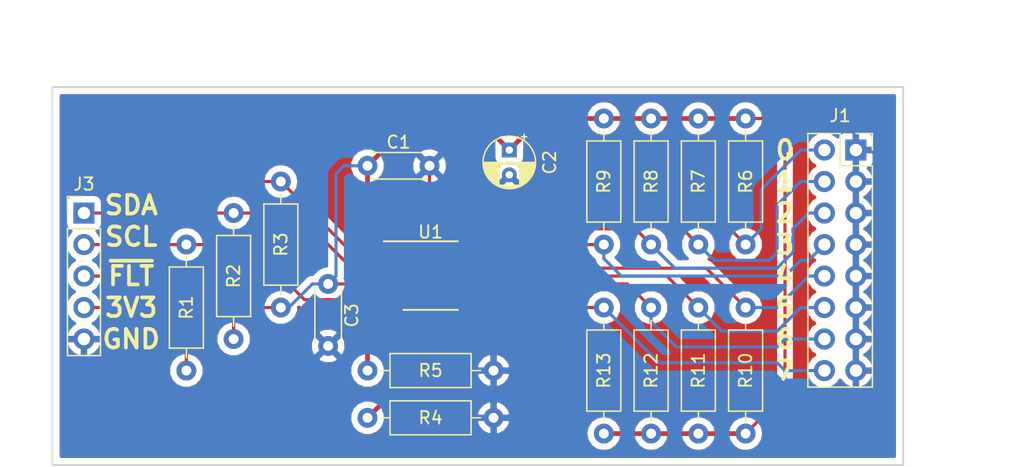
<source format=kicad_pcb>
(kicad_pcb (version 20171130) (host pcbnew 5.0.1-33cea8e~68~ubuntu18.04.1)

  (general
    (thickness 1.6)
    (drawings 21)
    (tracks 138)
    (zones 0)
    (modules 19)
    (nets 16)
  )

  (page A4)
  (layers
    (0 F.Cu signal)
    (31 B.Cu signal)
    (32 B.Adhes user)
    (33 F.Adhes user)
    (34 B.Paste user)
    (35 F.Paste user)
    (36 B.SilkS user)
    (37 F.SilkS user)
    (38 B.Mask user)
    (39 F.Mask user)
    (40 Dwgs.User user)
    (41 Cmts.User user)
    (42 Eco1.User user)
    (43 Eco2.User user)
    (44 Edge.Cuts user)
    (45 Margin user)
    (46 B.CrtYd user)
    (47 F.CrtYd user)
    (48 B.Fab user)
    (49 F.Fab user)
  )

  (setup
    (last_trace_width 0.254)
    (trace_clearance 0.2)
    (zone_clearance 0.508)
    (zone_45_only no)
    (trace_min 0.2)
    (segment_width 0.2)
    (edge_width 0.15)
    (via_size 0.8)
    (via_drill 0.4)
    (via_min_size 0.4)
    (via_min_drill 0.3)
    (uvia_size 0.3)
    (uvia_drill 0.1)
    (uvias_allowed no)
    (uvia_min_size 0.2)
    (uvia_min_drill 0.1)
    (pcb_text_width 0.3)
    (pcb_text_size 1.5 1.5)
    (mod_edge_width 0.15)
    (mod_text_size 1 1)
    (mod_text_width 0.15)
    (pad_size 1.524 1.524)
    (pad_drill 0.762)
    (pad_to_mask_clearance 0.051)
    (solder_mask_min_width 0.25)
    (aux_axis_origin 0 0)
    (visible_elements FFFFFF7F)
    (pcbplotparams
      (layerselection 0x010fc_ffffffff)
      (usegerberextensions false)
      (usegerberattributes false)
      (usegerberadvancedattributes false)
      (creategerberjobfile false)
      (excludeedgelayer true)
      (linewidth 0.100000)
      (plotframeref false)
      (viasonmask false)
      (mode 1)
      (useauxorigin false)
      (hpglpennumber 1)
      (hpglpenspeed 20)
      (hpglpendiameter 15.000000)
      (psnegative false)
      (psa4output false)
      (plotreference true)
      (plotvalue true)
      (plotinvisibletext false)
      (padsonsilk false)
      (subtractmaskfromsilk false)
      (outputformat 1)
      (mirror false)
      (drillshape 0)
      (scaleselection 1)
      (outputdirectory ""))
  )

  (net 0 "")
  (net 1 GND)
  (net 2 +3V3)
  (net 3 ADC0_0)
  (net 4 ADC0_1)
  (net 5 ADC0_2)
  (net 6 ADC0_3)
  (net 7 ADC0_4)
  (net 8 ADC0_5)
  (net 9 ADC0_6)
  (net 10 ADC0_7)
  (net 11 /SDA)
  (net 12 /SCL)
  (net 13 /ADC_FAULT_TX)
  (net 14 "Net-(R4-Pad1)")
  (net 15 "Net-(R5-Pad1)")

  (net_class Default "This is the default net class."
    (clearance 0.2)
    (trace_width 0.254)
    (via_dia 0.8)
    (via_drill 0.4)
    (uvia_dia 0.3)
    (uvia_drill 0.1)
    (add_net +3V3)
    (add_net /ADC_FAULT_TX)
    (add_net /SCL)
    (add_net /SDA)
    (add_net ADC0_0)
    (add_net ADC0_1)
    (add_net ADC0_2)
    (add_net ADC0_3)
    (add_net ADC0_4)
    (add_net ADC0_5)
    (add_net ADC0_6)
    (add_net ADC0_7)
    (add_net GND)
    (add_net "Net-(R4-Pad1)")
    (add_net "Net-(R5-Pad1)")
  )

  (net_class Power ""
    (clearance 0.2)
    (trace_width 0.381)
    (via_dia 0.8)
    (via_drill 0.4)
    (uvia_dia 0.3)
    (uvia_drill 0.1)
  )

  (module Capacitor_THT:C_Disc_D4.3mm_W1.9mm_P5.00mm (layer F.Cu) (tedit 5AE50EF0) (tstamp 5BF81524)
    (at 97.79 92.71)
    (descr "C, Disc series, Radial, pin pitch=5.00mm, , diameter*width=4.3*1.9mm^2, Capacitor, http://www.vishay.com/docs/45233/krseries.pdf")
    (tags "C Disc series Radial pin pitch 5.00mm  diameter 4.3mm width 1.9mm Capacitor")
    (path /5BDACE2F)
    (fp_text reference C1 (at 2.5 -1.905) (layer F.SilkS)
      (effects (font (size 1 1) (thickness 0.15)))
    )
    (fp_text value "0.1 uF" (at 2.5 2.2) (layer F.Fab)
      (effects (font (size 1 1) (thickness 0.15)))
    )
    (fp_text user %R (at 2.5 0) (layer F.Fab)
      (effects (font (size 0.86 0.86) (thickness 0.129)))
    )
    (fp_line (start 6.05 -1.2) (end -1.05 -1.2) (layer F.CrtYd) (width 0.05))
    (fp_line (start 6.05 1.2) (end 6.05 -1.2) (layer F.CrtYd) (width 0.05))
    (fp_line (start -1.05 1.2) (end 6.05 1.2) (layer F.CrtYd) (width 0.05))
    (fp_line (start -1.05 -1.2) (end -1.05 1.2) (layer F.CrtYd) (width 0.05))
    (fp_line (start 4.77 1.055) (end 4.77 1.07) (layer F.SilkS) (width 0.12))
    (fp_line (start 4.77 -1.07) (end 4.77 -1.055) (layer F.SilkS) (width 0.12))
    (fp_line (start 0.23 1.055) (end 0.23 1.07) (layer F.SilkS) (width 0.12))
    (fp_line (start 0.23 -1.07) (end 0.23 -1.055) (layer F.SilkS) (width 0.12))
    (fp_line (start 0.23 1.07) (end 4.77 1.07) (layer F.SilkS) (width 0.12))
    (fp_line (start 0.23 -1.07) (end 4.77 -1.07) (layer F.SilkS) (width 0.12))
    (fp_line (start 4.65 -0.95) (end 0.35 -0.95) (layer F.Fab) (width 0.1))
    (fp_line (start 4.65 0.95) (end 4.65 -0.95) (layer F.Fab) (width 0.1))
    (fp_line (start 0.35 0.95) (end 4.65 0.95) (layer F.Fab) (width 0.1))
    (fp_line (start 0.35 -0.95) (end 0.35 0.95) (layer F.Fab) (width 0.1))
    (pad 2 thru_hole circle (at 5 0) (size 1.6 1.6) (drill 0.8) (layers *.Cu *.Mask)
      (net 1 GND))
    (pad 1 thru_hole circle (at 0 0) (size 1.6 1.6) (drill 0.8) (layers *.Cu *.Mask)
      (net 2 +3V3))
    (model ${KISYS3DMOD}/Capacitor_THT.3dshapes/C_Disc_D4.3mm_W1.9mm_P5.00mm.wrl
      (at (xyz 0 0 0))
      (scale (xyz 1 1 1))
      (rotate (xyz 0 0 0))
    )
  )

  (module Capacitor_THT:CP_Radial_D4.0mm_P2.00mm (layer F.Cu) (tedit 5AE50EF0) (tstamp 5BF7FAEE)
    (at 109.22 91.44 270)
    (descr "CP, Radial series, Radial, pin pitch=2.00mm, , diameter=4mm, Electrolytic Capacitor")
    (tags "CP Radial series Radial pin pitch 2.00mm  diameter 4mm Electrolytic Capacitor")
    (path /5BDACCB9)
    (fp_text reference C2 (at 1 -3.25 270) (layer F.SilkS)
      (effects (font (size 1 1) (thickness 0.15)))
    )
    (fp_text value "1 uF elec" (at 1 3.25 270) (layer F.Fab)
      (effects (font (size 1 1) (thickness 0.15)))
    )
    (fp_circle (center 1 0) (end 3 0) (layer F.Fab) (width 0.1))
    (fp_circle (center 1 0) (end 3.12 0) (layer F.SilkS) (width 0.12))
    (fp_circle (center 1 0) (end 3.25 0) (layer F.CrtYd) (width 0.05))
    (fp_line (start -0.702554 -0.8675) (end -0.302554 -0.8675) (layer F.Fab) (width 0.1))
    (fp_line (start -0.502554 -1.0675) (end -0.502554 -0.6675) (layer F.Fab) (width 0.1))
    (fp_line (start 1 -2.08) (end 1 2.08) (layer F.SilkS) (width 0.12))
    (fp_line (start 1.04 -2.08) (end 1.04 2.08) (layer F.SilkS) (width 0.12))
    (fp_line (start 1.08 -2.079) (end 1.08 2.079) (layer F.SilkS) (width 0.12))
    (fp_line (start 1.12 -2.077) (end 1.12 2.077) (layer F.SilkS) (width 0.12))
    (fp_line (start 1.16 -2.074) (end 1.16 2.074) (layer F.SilkS) (width 0.12))
    (fp_line (start 1.2 -2.071) (end 1.2 -0.84) (layer F.SilkS) (width 0.12))
    (fp_line (start 1.2 0.84) (end 1.2 2.071) (layer F.SilkS) (width 0.12))
    (fp_line (start 1.24 -2.067) (end 1.24 -0.84) (layer F.SilkS) (width 0.12))
    (fp_line (start 1.24 0.84) (end 1.24 2.067) (layer F.SilkS) (width 0.12))
    (fp_line (start 1.28 -2.062) (end 1.28 -0.84) (layer F.SilkS) (width 0.12))
    (fp_line (start 1.28 0.84) (end 1.28 2.062) (layer F.SilkS) (width 0.12))
    (fp_line (start 1.32 -2.056) (end 1.32 -0.84) (layer F.SilkS) (width 0.12))
    (fp_line (start 1.32 0.84) (end 1.32 2.056) (layer F.SilkS) (width 0.12))
    (fp_line (start 1.36 -2.05) (end 1.36 -0.84) (layer F.SilkS) (width 0.12))
    (fp_line (start 1.36 0.84) (end 1.36 2.05) (layer F.SilkS) (width 0.12))
    (fp_line (start 1.4 -2.042) (end 1.4 -0.84) (layer F.SilkS) (width 0.12))
    (fp_line (start 1.4 0.84) (end 1.4 2.042) (layer F.SilkS) (width 0.12))
    (fp_line (start 1.44 -2.034) (end 1.44 -0.84) (layer F.SilkS) (width 0.12))
    (fp_line (start 1.44 0.84) (end 1.44 2.034) (layer F.SilkS) (width 0.12))
    (fp_line (start 1.48 -2.025) (end 1.48 -0.84) (layer F.SilkS) (width 0.12))
    (fp_line (start 1.48 0.84) (end 1.48 2.025) (layer F.SilkS) (width 0.12))
    (fp_line (start 1.52 -2.016) (end 1.52 -0.84) (layer F.SilkS) (width 0.12))
    (fp_line (start 1.52 0.84) (end 1.52 2.016) (layer F.SilkS) (width 0.12))
    (fp_line (start 1.56 -2.005) (end 1.56 -0.84) (layer F.SilkS) (width 0.12))
    (fp_line (start 1.56 0.84) (end 1.56 2.005) (layer F.SilkS) (width 0.12))
    (fp_line (start 1.6 -1.994) (end 1.6 -0.84) (layer F.SilkS) (width 0.12))
    (fp_line (start 1.6 0.84) (end 1.6 1.994) (layer F.SilkS) (width 0.12))
    (fp_line (start 1.64 -1.982) (end 1.64 -0.84) (layer F.SilkS) (width 0.12))
    (fp_line (start 1.64 0.84) (end 1.64 1.982) (layer F.SilkS) (width 0.12))
    (fp_line (start 1.68 -1.968) (end 1.68 -0.84) (layer F.SilkS) (width 0.12))
    (fp_line (start 1.68 0.84) (end 1.68 1.968) (layer F.SilkS) (width 0.12))
    (fp_line (start 1.721 -1.954) (end 1.721 -0.84) (layer F.SilkS) (width 0.12))
    (fp_line (start 1.721 0.84) (end 1.721 1.954) (layer F.SilkS) (width 0.12))
    (fp_line (start 1.761 -1.94) (end 1.761 -0.84) (layer F.SilkS) (width 0.12))
    (fp_line (start 1.761 0.84) (end 1.761 1.94) (layer F.SilkS) (width 0.12))
    (fp_line (start 1.801 -1.924) (end 1.801 -0.84) (layer F.SilkS) (width 0.12))
    (fp_line (start 1.801 0.84) (end 1.801 1.924) (layer F.SilkS) (width 0.12))
    (fp_line (start 1.841 -1.907) (end 1.841 -0.84) (layer F.SilkS) (width 0.12))
    (fp_line (start 1.841 0.84) (end 1.841 1.907) (layer F.SilkS) (width 0.12))
    (fp_line (start 1.881 -1.889) (end 1.881 -0.84) (layer F.SilkS) (width 0.12))
    (fp_line (start 1.881 0.84) (end 1.881 1.889) (layer F.SilkS) (width 0.12))
    (fp_line (start 1.921 -1.87) (end 1.921 -0.84) (layer F.SilkS) (width 0.12))
    (fp_line (start 1.921 0.84) (end 1.921 1.87) (layer F.SilkS) (width 0.12))
    (fp_line (start 1.961 -1.851) (end 1.961 -0.84) (layer F.SilkS) (width 0.12))
    (fp_line (start 1.961 0.84) (end 1.961 1.851) (layer F.SilkS) (width 0.12))
    (fp_line (start 2.001 -1.83) (end 2.001 -0.84) (layer F.SilkS) (width 0.12))
    (fp_line (start 2.001 0.84) (end 2.001 1.83) (layer F.SilkS) (width 0.12))
    (fp_line (start 2.041 -1.808) (end 2.041 -0.84) (layer F.SilkS) (width 0.12))
    (fp_line (start 2.041 0.84) (end 2.041 1.808) (layer F.SilkS) (width 0.12))
    (fp_line (start 2.081 -1.785) (end 2.081 -0.84) (layer F.SilkS) (width 0.12))
    (fp_line (start 2.081 0.84) (end 2.081 1.785) (layer F.SilkS) (width 0.12))
    (fp_line (start 2.121 -1.76) (end 2.121 -0.84) (layer F.SilkS) (width 0.12))
    (fp_line (start 2.121 0.84) (end 2.121 1.76) (layer F.SilkS) (width 0.12))
    (fp_line (start 2.161 -1.735) (end 2.161 -0.84) (layer F.SilkS) (width 0.12))
    (fp_line (start 2.161 0.84) (end 2.161 1.735) (layer F.SilkS) (width 0.12))
    (fp_line (start 2.201 -1.708) (end 2.201 -0.84) (layer F.SilkS) (width 0.12))
    (fp_line (start 2.201 0.84) (end 2.201 1.708) (layer F.SilkS) (width 0.12))
    (fp_line (start 2.241 -1.68) (end 2.241 -0.84) (layer F.SilkS) (width 0.12))
    (fp_line (start 2.241 0.84) (end 2.241 1.68) (layer F.SilkS) (width 0.12))
    (fp_line (start 2.281 -1.65) (end 2.281 -0.84) (layer F.SilkS) (width 0.12))
    (fp_line (start 2.281 0.84) (end 2.281 1.65) (layer F.SilkS) (width 0.12))
    (fp_line (start 2.321 -1.619) (end 2.321 -0.84) (layer F.SilkS) (width 0.12))
    (fp_line (start 2.321 0.84) (end 2.321 1.619) (layer F.SilkS) (width 0.12))
    (fp_line (start 2.361 -1.587) (end 2.361 -0.84) (layer F.SilkS) (width 0.12))
    (fp_line (start 2.361 0.84) (end 2.361 1.587) (layer F.SilkS) (width 0.12))
    (fp_line (start 2.401 -1.552) (end 2.401 -0.84) (layer F.SilkS) (width 0.12))
    (fp_line (start 2.401 0.84) (end 2.401 1.552) (layer F.SilkS) (width 0.12))
    (fp_line (start 2.441 -1.516) (end 2.441 -0.84) (layer F.SilkS) (width 0.12))
    (fp_line (start 2.441 0.84) (end 2.441 1.516) (layer F.SilkS) (width 0.12))
    (fp_line (start 2.481 -1.478) (end 2.481 -0.84) (layer F.SilkS) (width 0.12))
    (fp_line (start 2.481 0.84) (end 2.481 1.478) (layer F.SilkS) (width 0.12))
    (fp_line (start 2.521 -1.438) (end 2.521 -0.84) (layer F.SilkS) (width 0.12))
    (fp_line (start 2.521 0.84) (end 2.521 1.438) (layer F.SilkS) (width 0.12))
    (fp_line (start 2.561 -1.396) (end 2.561 -0.84) (layer F.SilkS) (width 0.12))
    (fp_line (start 2.561 0.84) (end 2.561 1.396) (layer F.SilkS) (width 0.12))
    (fp_line (start 2.601 -1.351) (end 2.601 -0.84) (layer F.SilkS) (width 0.12))
    (fp_line (start 2.601 0.84) (end 2.601 1.351) (layer F.SilkS) (width 0.12))
    (fp_line (start 2.641 -1.304) (end 2.641 -0.84) (layer F.SilkS) (width 0.12))
    (fp_line (start 2.641 0.84) (end 2.641 1.304) (layer F.SilkS) (width 0.12))
    (fp_line (start 2.681 -1.254) (end 2.681 -0.84) (layer F.SilkS) (width 0.12))
    (fp_line (start 2.681 0.84) (end 2.681 1.254) (layer F.SilkS) (width 0.12))
    (fp_line (start 2.721 -1.2) (end 2.721 -0.84) (layer F.SilkS) (width 0.12))
    (fp_line (start 2.721 0.84) (end 2.721 1.2) (layer F.SilkS) (width 0.12))
    (fp_line (start 2.761 -1.142) (end 2.761 -0.84) (layer F.SilkS) (width 0.12))
    (fp_line (start 2.761 0.84) (end 2.761 1.142) (layer F.SilkS) (width 0.12))
    (fp_line (start 2.801 -1.08) (end 2.801 -0.84) (layer F.SilkS) (width 0.12))
    (fp_line (start 2.801 0.84) (end 2.801 1.08) (layer F.SilkS) (width 0.12))
    (fp_line (start 2.841 -1.013) (end 2.841 1.013) (layer F.SilkS) (width 0.12))
    (fp_line (start 2.881 -0.94) (end 2.881 0.94) (layer F.SilkS) (width 0.12))
    (fp_line (start 2.921 -0.859) (end 2.921 0.859) (layer F.SilkS) (width 0.12))
    (fp_line (start 2.961 -0.768) (end 2.961 0.768) (layer F.SilkS) (width 0.12))
    (fp_line (start 3.001 -0.664) (end 3.001 0.664) (layer F.SilkS) (width 0.12))
    (fp_line (start 3.041 -0.537) (end 3.041 0.537) (layer F.SilkS) (width 0.12))
    (fp_line (start 3.081 -0.37) (end 3.081 0.37) (layer F.SilkS) (width 0.12))
    (fp_line (start -1.269801 -1.195) (end -0.869801 -1.195) (layer F.SilkS) (width 0.12))
    (fp_line (start -1.069801 -1.395) (end -1.069801 -0.995) (layer F.SilkS) (width 0.12))
    (fp_text user %R (at 1 0 270) (layer F.Fab)
      (effects (font (size 0.8 0.8) (thickness 0.12)))
    )
    (pad 1 thru_hole rect (at 0 0 270) (size 1.2 1.2) (drill 0.6) (layers *.Cu *.Mask)
      (net 2 +3V3))
    (pad 2 thru_hole circle (at 2 0 270) (size 1.2 1.2) (drill 0.6) (layers *.Cu *.Mask)
      (net 1 GND))
    (model ${KISYS3DMOD}/Capacitor_THT.3dshapes/CP_Radial_D4.0mm_P2.00mm.wrl
      (at (xyz 0 0 0))
      (scale (xyz 1 1 1))
      (rotate (xyz 0 0 0))
    )
  )

  (module Capacitor_THT:C_Disc_D4.3mm_W1.9mm_P5.00mm (layer F.Cu) (tedit 5AE50EF0) (tstamp 5BF053B8)
    (at 94.615 102.235 270)
    (descr "C, Disc series, Radial, pin pitch=5.00mm, , diameter*width=4.3*1.9mm^2, Capacitor, http://www.vishay.com/docs/45233/krseries.pdf")
    (tags "C Disc series Radial pin pitch 5.00mm  diameter 4.3mm width 1.9mm Capacitor")
    (path /5BDADE1C)
    (fp_text reference C3 (at 2.54 -1.905 270) (layer F.SilkS)
      (effects (font (size 1 1) (thickness 0.15)))
    )
    (fp_text value "0.1 uF" (at 2.5 2.2 270) (layer F.Fab)
      (effects (font (size 1 1) (thickness 0.15)))
    )
    (fp_line (start 0.35 -0.95) (end 0.35 0.95) (layer F.Fab) (width 0.1))
    (fp_line (start 0.35 0.95) (end 4.65 0.95) (layer F.Fab) (width 0.1))
    (fp_line (start 4.65 0.95) (end 4.65 -0.95) (layer F.Fab) (width 0.1))
    (fp_line (start 4.65 -0.95) (end 0.35 -0.95) (layer F.Fab) (width 0.1))
    (fp_line (start 0.23 -1.07) (end 4.77 -1.07) (layer F.SilkS) (width 0.12))
    (fp_line (start 0.23 1.07) (end 4.77 1.07) (layer F.SilkS) (width 0.12))
    (fp_line (start 0.23 -1.07) (end 0.23 -1.055) (layer F.SilkS) (width 0.12))
    (fp_line (start 0.23 1.055) (end 0.23 1.07) (layer F.SilkS) (width 0.12))
    (fp_line (start 4.77 -1.07) (end 4.77 -1.055) (layer F.SilkS) (width 0.12))
    (fp_line (start 4.77 1.055) (end 4.77 1.07) (layer F.SilkS) (width 0.12))
    (fp_line (start -1.05 -1.2) (end -1.05 1.2) (layer F.CrtYd) (width 0.05))
    (fp_line (start -1.05 1.2) (end 6.05 1.2) (layer F.CrtYd) (width 0.05))
    (fp_line (start 6.05 1.2) (end 6.05 -1.2) (layer F.CrtYd) (width 0.05))
    (fp_line (start 6.05 -1.2) (end -1.05 -1.2) (layer F.CrtYd) (width 0.05))
    (fp_text user %R (at 2.5 0 270) (layer F.Fab)
      (effects (font (size 0.86 0.86) (thickness 0.129)))
    )
    (pad 1 thru_hole circle (at 0 0 270) (size 1.6 1.6) (drill 0.8) (layers *.Cu *.Mask)
      (net 2 +3V3))
    (pad 2 thru_hole circle (at 5 0 270) (size 1.6 1.6) (drill 0.8) (layers *.Cu *.Mask)
      (net 1 GND))
    (model ${KISYS3DMOD}/Capacitor_THT.3dshapes/C_Disc_D4.3mm_W1.9mm_P5.00mm.wrl
      (at (xyz 0 0 0))
      (scale (xyz 1 1 1))
      (rotate (xyz 0 0 0))
    )
  )

  (module Connector_PinSocket_2.54mm:PinSocket_2x08_P2.54mm_Vertical (layer F.Cu) (tedit 5A19A42B) (tstamp 5BF7FB29)
    (at 137.16 91.44)
    (descr "Through hole straight socket strip, 2x08, 2.54mm pitch, double cols (from Kicad 4.0.7), script generated")
    (tags "Through hole socket strip THT 2x08 2.54mm double row")
    (path /5BEB5EFB)
    (fp_text reference J1 (at -1.27 -2.77) (layer F.SilkS)
      (effects (font (size 1 1) (thickness 0.15)))
    )
    (fp_text value Conn_02x08_Odd_Even (at -1.27 20.55) (layer F.Fab)
      (effects (font (size 1 1) (thickness 0.15)))
    )
    (fp_line (start -3.81 -1.27) (end 0.27 -1.27) (layer F.Fab) (width 0.1))
    (fp_line (start 0.27 -1.27) (end 1.27 -0.27) (layer F.Fab) (width 0.1))
    (fp_line (start 1.27 -0.27) (end 1.27 19.05) (layer F.Fab) (width 0.1))
    (fp_line (start 1.27 19.05) (end -3.81 19.05) (layer F.Fab) (width 0.1))
    (fp_line (start -3.81 19.05) (end -3.81 -1.27) (layer F.Fab) (width 0.1))
    (fp_line (start -3.87 -1.33) (end -1.27 -1.33) (layer F.SilkS) (width 0.12))
    (fp_line (start -3.87 -1.33) (end -3.87 19.11) (layer F.SilkS) (width 0.12))
    (fp_line (start -3.87 19.11) (end 1.33 19.11) (layer F.SilkS) (width 0.12))
    (fp_line (start 1.33 1.27) (end 1.33 19.11) (layer F.SilkS) (width 0.12))
    (fp_line (start -1.27 1.27) (end 1.33 1.27) (layer F.SilkS) (width 0.12))
    (fp_line (start -1.27 -1.33) (end -1.27 1.27) (layer F.SilkS) (width 0.12))
    (fp_line (start 1.33 -1.33) (end 1.33 0) (layer F.SilkS) (width 0.12))
    (fp_line (start 0 -1.33) (end 1.33 -1.33) (layer F.SilkS) (width 0.12))
    (fp_line (start -4.34 -1.8) (end 1.76 -1.8) (layer F.CrtYd) (width 0.05))
    (fp_line (start 1.76 -1.8) (end 1.76 19.55) (layer F.CrtYd) (width 0.05))
    (fp_line (start 1.76 19.55) (end -4.34 19.55) (layer F.CrtYd) (width 0.05))
    (fp_line (start -4.34 19.55) (end -4.34 -1.8) (layer F.CrtYd) (width 0.05))
    (fp_text user %R (at -1.27 8.89 90) (layer F.Fab)
      (effects (font (size 1 1) (thickness 0.15)))
    )
    (pad 1 thru_hole rect (at 0 0) (size 1.7 1.7) (drill 1) (layers *.Cu *.Mask)
      (net 1 GND))
    (pad 2 thru_hole oval (at -2.54 0) (size 1.7 1.7) (drill 1) (layers *.Cu *.Mask)
      (net 3 ADC0_0))
    (pad 3 thru_hole oval (at 0 2.54) (size 1.7 1.7) (drill 1) (layers *.Cu *.Mask)
      (net 1 GND))
    (pad 4 thru_hole oval (at -2.54 2.54) (size 1.7 1.7) (drill 1) (layers *.Cu *.Mask)
      (net 4 ADC0_1))
    (pad 5 thru_hole oval (at 0 5.08) (size 1.7 1.7) (drill 1) (layers *.Cu *.Mask)
      (net 1 GND))
    (pad 6 thru_hole oval (at -2.54 5.08) (size 1.7 1.7) (drill 1) (layers *.Cu *.Mask)
      (net 5 ADC0_2))
    (pad 7 thru_hole oval (at 0 7.62) (size 1.7 1.7) (drill 1) (layers *.Cu *.Mask)
      (net 1 GND))
    (pad 8 thru_hole oval (at -2.54 7.62) (size 1.7 1.7) (drill 1) (layers *.Cu *.Mask)
      (net 6 ADC0_3))
    (pad 9 thru_hole oval (at 0 10.16) (size 1.7 1.7) (drill 1) (layers *.Cu *.Mask)
      (net 1 GND))
    (pad 10 thru_hole oval (at -2.54 10.16) (size 1.7 1.7) (drill 1) (layers *.Cu *.Mask)
      (net 7 ADC0_4))
    (pad 11 thru_hole oval (at 0 12.7) (size 1.7 1.7) (drill 1) (layers *.Cu *.Mask)
      (net 1 GND))
    (pad 12 thru_hole oval (at -2.54 12.7) (size 1.7 1.7) (drill 1) (layers *.Cu *.Mask)
      (net 8 ADC0_5))
    (pad 13 thru_hole oval (at 0 15.24) (size 1.7 1.7) (drill 1) (layers *.Cu *.Mask)
      (net 1 GND))
    (pad 14 thru_hole oval (at -2.54 15.24) (size 1.7 1.7) (drill 1) (layers *.Cu *.Mask)
      (net 9 ADC0_6))
    (pad 15 thru_hole oval (at 0 17.78) (size 1.7 1.7) (drill 1) (layers *.Cu *.Mask)
      (net 1 GND))
    (pad 16 thru_hole oval (at -2.54 17.78) (size 1.7 1.7) (drill 1) (layers *.Cu *.Mask)
      (net 10 ADC0_7))
    (model ${KISYS3DMOD}/Connector_PinSocket_2.54mm.3dshapes/PinSocket_2x08_P2.54mm_Vertical.wrl
      (at (xyz 0 0 0))
      (scale (xyz 1 1 1))
      (rotate (xyz 0 0 0))
    )
  )

  (module Connector_PinHeader_2.54mm:PinHeader_1x05_P2.54mm_Vertical (layer F.Cu) (tedit 59FED5CC) (tstamp 5BF7FB42)
    (at 74.93 96.52)
    (descr "Through hole straight pin header, 1x05, 2.54mm pitch, single row")
    (tags "Through hole pin header THT 1x05 2.54mm single row")
    (path /5BDD2E81)
    (fp_text reference J3 (at 0 -2.33) (layer F.SilkS)
      (effects (font (size 1 1) (thickness 0.15)))
    )
    (fp_text value Conn_01x05_Male (at 0 12.49) (layer F.Fab)
      (effects (font (size 1 1) (thickness 0.15)))
    )
    (fp_line (start -0.635 -1.27) (end 1.27 -1.27) (layer F.Fab) (width 0.1))
    (fp_line (start 1.27 -1.27) (end 1.27 11.43) (layer F.Fab) (width 0.1))
    (fp_line (start 1.27 11.43) (end -1.27 11.43) (layer F.Fab) (width 0.1))
    (fp_line (start -1.27 11.43) (end -1.27 -0.635) (layer F.Fab) (width 0.1))
    (fp_line (start -1.27 -0.635) (end -0.635 -1.27) (layer F.Fab) (width 0.1))
    (fp_line (start -1.33 11.49) (end 1.33 11.49) (layer F.SilkS) (width 0.12))
    (fp_line (start -1.33 1.27) (end -1.33 11.49) (layer F.SilkS) (width 0.12))
    (fp_line (start 1.33 1.27) (end 1.33 11.49) (layer F.SilkS) (width 0.12))
    (fp_line (start -1.33 1.27) (end 1.33 1.27) (layer F.SilkS) (width 0.12))
    (fp_line (start -1.33 0) (end -1.33 -1.33) (layer F.SilkS) (width 0.12))
    (fp_line (start -1.33 -1.33) (end 0 -1.33) (layer F.SilkS) (width 0.12))
    (fp_line (start -1.8 -1.8) (end -1.8 11.95) (layer F.CrtYd) (width 0.05))
    (fp_line (start -1.8 11.95) (end 1.8 11.95) (layer F.CrtYd) (width 0.05))
    (fp_line (start 1.8 11.95) (end 1.8 -1.8) (layer F.CrtYd) (width 0.05))
    (fp_line (start 1.8 -1.8) (end -1.8 -1.8) (layer F.CrtYd) (width 0.05))
    (fp_text user %R (at 0 5.08 90) (layer F.Fab)
      (effects (font (size 1 1) (thickness 0.15)))
    )
    (pad 1 thru_hole rect (at 0 0) (size 1.7 1.7) (drill 1) (layers *.Cu *.Mask)
      (net 11 /SDA))
    (pad 2 thru_hole oval (at 0 2.54) (size 1.7 1.7) (drill 1) (layers *.Cu *.Mask)
      (net 12 /SCL))
    (pad 3 thru_hole oval (at 0 5.08) (size 1.7 1.7) (drill 1) (layers *.Cu *.Mask)
      (net 13 /ADC_FAULT_TX))
    (pad 4 thru_hole oval (at 0 7.62) (size 1.7 1.7) (drill 1) (layers *.Cu *.Mask)
      (net 2 +3V3))
    (pad 5 thru_hole oval (at 0 10.16) (size 1.7 1.7) (drill 1) (layers *.Cu *.Mask)
      (net 1 GND))
    (model ${KISYS3DMOD}/Connector_PinHeader_2.54mm.3dshapes/PinHeader_1x05_P2.54mm_Vertical.wrl
      (at (xyz 0 0 0))
      (scale (xyz 1 1 1))
      (rotate (xyz 0 0 0))
    )
  )

  (module Resistor_THT:R_Axial_DIN0207_L6.3mm_D2.5mm_P10.16mm_Horizontal (layer F.Cu) (tedit 5AE5139B) (tstamp 5BF7FB59)
    (at 83.185 109.22 90)
    (descr "Resistor, Axial_DIN0207 series, Axial, Horizontal, pin pitch=10.16mm, 0.25W = 1/4W, length*diameter=6.3*2.5mm^2, http://cdn-reichelt.de/documents/datenblatt/B400/1_4W%23YAG.pdf")
    (tags "Resistor Axial_DIN0207 series Axial Horizontal pin pitch 10.16mm 0.25W = 1/4W length 6.3mm diameter 2.5mm")
    (path /5BDDCD0B)
    (fp_text reference R1 (at 5.08 0 90) (layer F.SilkS)
      (effects (font (size 1 1) (thickness 0.15)))
    )
    (fp_text value 10K (at 5.08 2.37 90) (layer F.Fab)
      (effects (font (size 1 1) (thickness 0.15)))
    )
    (fp_line (start 1.93 -1.25) (end 1.93 1.25) (layer F.Fab) (width 0.1))
    (fp_line (start 1.93 1.25) (end 8.23 1.25) (layer F.Fab) (width 0.1))
    (fp_line (start 8.23 1.25) (end 8.23 -1.25) (layer F.Fab) (width 0.1))
    (fp_line (start 8.23 -1.25) (end 1.93 -1.25) (layer F.Fab) (width 0.1))
    (fp_line (start 0 0) (end 1.93 0) (layer F.Fab) (width 0.1))
    (fp_line (start 10.16 0) (end 8.23 0) (layer F.Fab) (width 0.1))
    (fp_line (start 1.81 -1.37) (end 1.81 1.37) (layer F.SilkS) (width 0.12))
    (fp_line (start 1.81 1.37) (end 8.35 1.37) (layer F.SilkS) (width 0.12))
    (fp_line (start 8.35 1.37) (end 8.35 -1.37) (layer F.SilkS) (width 0.12))
    (fp_line (start 8.35 -1.37) (end 1.81 -1.37) (layer F.SilkS) (width 0.12))
    (fp_line (start 1.04 0) (end 1.81 0) (layer F.SilkS) (width 0.12))
    (fp_line (start 9.12 0) (end 8.35 0) (layer F.SilkS) (width 0.12))
    (fp_line (start -1.05 -1.5) (end -1.05 1.5) (layer F.CrtYd) (width 0.05))
    (fp_line (start -1.05 1.5) (end 11.21 1.5) (layer F.CrtYd) (width 0.05))
    (fp_line (start 11.21 1.5) (end 11.21 -1.5) (layer F.CrtYd) (width 0.05))
    (fp_line (start 11.21 -1.5) (end -1.05 -1.5) (layer F.CrtYd) (width 0.05))
    (fp_text user %R (at 5.08 0 90) (layer F.Fab)
      (effects (font (size 1 1) (thickness 0.15)))
    )
    (pad 1 thru_hole circle (at 0 0 90) (size 1.6 1.6) (drill 0.8) (layers *.Cu *.Mask)
      (net 2 +3V3))
    (pad 2 thru_hole oval (at 10.16 0 90) (size 1.6 1.6) (drill 0.8) (layers *.Cu *.Mask)
      (net 13 /ADC_FAULT_TX))
    (model ${KISYS3DMOD}/Resistor_THT.3dshapes/R_Axial_DIN0207_L6.3mm_D2.5mm_P10.16mm_Horizontal.wrl
      (at (xyz 0 0 0))
      (scale (xyz 1 1 1))
      (rotate (xyz 0 0 0))
    )
  )

  (module Resistor_THT:R_Axial_DIN0207_L6.3mm_D2.5mm_P10.16mm_Horizontal (layer F.Cu) (tedit 5AE5139B) (tstamp 5BF7FB70)
    (at 86.995 106.68 90)
    (descr "Resistor, Axial_DIN0207 series, Axial, Horizontal, pin pitch=10.16mm, 0.25W = 1/4W, length*diameter=6.3*2.5mm^2, http://cdn-reichelt.de/documents/datenblatt/B400/1_4W%23YAG.pdf")
    (tags "Resistor Axial_DIN0207 series Axial Horizontal pin pitch 10.16mm 0.25W = 1/4W length 6.3mm diameter 2.5mm")
    (path /5BDAA584)
    (fp_text reference R2 (at 5.08 0 90) (layer F.SilkS)
      (effects (font (size 1 1) (thickness 0.15)))
    )
    (fp_text value 10K (at 5.08 2.37 90) (layer F.Fab)
      (effects (font (size 1 1) (thickness 0.15)))
    )
    (fp_line (start 1.93 -1.25) (end 1.93 1.25) (layer F.Fab) (width 0.1))
    (fp_line (start 1.93 1.25) (end 8.23 1.25) (layer F.Fab) (width 0.1))
    (fp_line (start 8.23 1.25) (end 8.23 -1.25) (layer F.Fab) (width 0.1))
    (fp_line (start 8.23 -1.25) (end 1.93 -1.25) (layer F.Fab) (width 0.1))
    (fp_line (start 0 0) (end 1.93 0) (layer F.Fab) (width 0.1))
    (fp_line (start 10.16 0) (end 8.23 0) (layer F.Fab) (width 0.1))
    (fp_line (start 1.81 -1.37) (end 1.81 1.37) (layer F.SilkS) (width 0.12))
    (fp_line (start 1.81 1.37) (end 8.35 1.37) (layer F.SilkS) (width 0.12))
    (fp_line (start 8.35 1.37) (end 8.35 -1.37) (layer F.SilkS) (width 0.12))
    (fp_line (start 8.35 -1.37) (end 1.81 -1.37) (layer F.SilkS) (width 0.12))
    (fp_line (start 1.04 0) (end 1.81 0) (layer F.SilkS) (width 0.12))
    (fp_line (start 9.12 0) (end 8.35 0) (layer F.SilkS) (width 0.12))
    (fp_line (start -1.05 -1.5) (end -1.05 1.5) (layer F.CrtYd) (width 0.05))
    (fp_line (start -1.05 1.5) (end 11.21 1.5) (layer F.CrtYd) (width 0.05))
    (fp_line (start 11.21 1.5) (end 11.21 -1.5) (layer F.CrtYd) (width 0.05))
    (fp_line (start 11.21 -1.5) (end -1.05 -1.5) (layer F.CrtYd) (width 0.05))
    (fp_text user %R (at 5.08 0 90) (layer F.Fab)
      (effects (font (size 1 1) (thickness 0.15)))
    )
    (pad 1 thru_hole circle (at 0 0 90) (size 1.6 1.6) (drill 0.8) (layers *.Cu *.Mask)
      (net 2 +3V3))
    (pad 2 thru_hole oval (at 10.16 0 90) (size 1.6 1.6) (drill 0.8) (layers *.Cu *.Mask)
      (net 12 /SCL))
    (model ${KISYS3DMOD}/Resistor_THT.3dshapes/R_Axial_DIN0207_L6.3mm_D2.5mm_P10.16mm_Horizontal.wrl
      (at (xyz 0 0 0))
      (scale (xyz 1 1 1))
      (rotate (xyz 0 0 0))
    )
  )

  (module Resistor_THT:R_Axial_DIN0207_L6.3mm_D2.5mm_P10.16mm_Horizontal (layer F.Cu) (tedit 5AE5139B) (tstamp 5BF81A1A)
    (at 90.805 104.14 90)
    (descr "Resistor, Axial_DIN0207 series, Axial, Horizontal, pin pitch=10.16mm, 0.25W = 1/4W, length*diameter=6.3*2.5mm^2, http://cdn-reichelt.de/documents/datenblatt/B400/1_4W%23YAG.pdf")
    (tags "Resistor Axial_DIN0207 series Axial Horizontal pin pitch 10.16mm 0.25W = 1/4W length 6.3mm diameter 2.5mm")
    (path /5BDAA686)
    (fp_text reference R3 (at 5.08 0 90) (layer F.SilkS)
      (effects (font (size 1 1) (thickness 0.15)))
    )
    (fp_text value 10K (at 5.08 2.37 90) (layer F.Fab)
      (effects (font (size 1 1) (thickness 0.15)))
    )
    (fp_text user %R (at 5.08 0 90) (layer F.Fab)
      (effects (font (size 1 1) (thickness 0.15)))
    )
    (fp_line (start 11.21 -1.5) (end -1.05 -1.5) (layer F.CrtYd) (width 0.05))
    (fp_line (start 11.21 1.5) (end 11.21 -1.5) (layer F.CrtYd) (width 0.05))
    (fp_line (start -1.05 1.5) (end 11.21 1.5) (layer F.CrtYd) (width 0.05))
    (fp_line (start -1.05 -1.5) (end -1.05 1.5) (layer F.CrtYd) (width 0.05))
    (fp_line (start 9.12 0) (end 8.35 0) (layer F.SilkS) (width 0.12))
    (fp_line (start 1.04 0) (end 1.81 0) (layer F.SilkS) (width 0.12))
    (fp_line (start 8.35 -1.37) (end 1.81 -1.37) (layer F.SilkS) (width 0.12))
    (fp_line (start 8.35 1.37) (end 8.35 -1.37) (layer F.SilkS) (width 0.12))
    (fp_line (start 1.81 1.37) (end 8.35 1.37) (layer F.SilkS) (width 0.12))
    (fp_line (start 1.81 -1.37) (end 1.81 1.37) (layer F.SilkS) (width 0.12))
    (fp_line (start 10.16 0) (end 8.23 0) (layer F.Fab) (width 0.1))
    (fp_line (start 0 0) (end 1.93 0) (layer F.Fab) (width 0.1))
    (fp_line (start 8.23 -1.25) (end 1.93 -1.25) (layer F.Fab) (width 0.1))
    (fp_line (start 8.23 1.25) (end 8.23 -1.25) (layer F.Fab) (width 0.1))
    (fp_line (start 1.93 1.25) (end 8.23 1.25) (layer F.Fab) (width 0.1))
    (fp_line (start 1.93 -1.25) (end 1.93 1.25) (layer F.Fab) (width 0.1))
    (pad 2 thru_hole oval (at 10.16 0 90) (size 1.6 1.6) (drill 0.8) (layers *.Cu *.Mask)
      (net 11 /SDA))
    (pad 1 thru_hole circle (at 0 0 90) (size 1.6 1.6) (drill 0.8) (layers *.Cu *.Mask)
      (net 2 +3V3))
    (model ${KISYS3DMOD}/Resistor_THT.3dshapes/R_Axial_DIN0207_L6.3mm_D2.5mm_P10.16mm_Horizontal.wrl
      (at (xyz 0 0 0))
      (scale (xyz 1 1 1))
      (rotate (xyz 0 0 0))
    )
  )

  (module Resistor_THT:R_Axial_DIN0207_L6.3mm_D2.5mm_P10.16mm_Horizontal (layer F.Cu) (tedit 5AE5139B) (tstamp 5BF7FB9E)
    (at 97.79 113.03)
    (descr "Resistor, Axial_DIN0207 series, Axial, Horizontal, pin pitch=10.16mm, 0.25W = 1/4W, length*diameter=6.3*2.5mm^2, http://cdn-reichelt.de/documents/datenblatt/B400/1_4W%23YAG.pdf")
    (tags "Resistor Axial_DIN0207 series Axial Horizontal pin pitch 10.16mm 0.25W = 1/4W length 6.3mm diameter 2.5mm")
    (path /5BEF0A9A)
    (fp_text reference R4 (at 5.08 0) (layer F.SilkS)
      (effects (font (size 1 1) (thickness 0.15)))
    )
    (fp_text value 10K (at 5.08 2.37) (layer F.Fab)
      (effects (font (size 1 1) (thickness 0.15)))
    )
    (fp_line (start 1.93 -1.25) (end 1.93 1.25) (layer F.Fab) (width 0.1))
    (fp_line (start 1.93 1.25) (end 8.23 1.25) (layer F.Fab) (width 0.1))
    (fp_line (start 8.23 1.25) (end 8.23 -1.25) (layer F.Fab) (width 0.1))
    (fp_line (start 8.23 -1.25) (end 1.93 -1.25) (layer F.Fab) (width 0.1))
    (fp_line (start 0 0) (end 1.93 0) (layer F.Fab) (width 0.1))
    (fp_line (start 10.16 0) (end 8.23 0) (layer F.Fab) (width 0.1))
    (fp_line (start 1.81 -1.37) (end 1.81 1.37) (layer F.SilkS) (width 0.12))
    (fp_line (start 1.81 1.37) (end 8.35 1.37) (layer F.SilkS) (width 0.12))
    (fp_line (start 8.35 1.37) (end 8.35 -1.37) (layer F.SilkS) (width 0.12))
    (fp_line (start 8.35 -1.37) (end 1.81 -1.37) (layer F.SilkS) (width 0.12))
    (fp_line (start 1.04 0) (end 1.81 0) (layer F.SilkS) (width 0.12))
    (fp_line (start 9.12 0) (end 8.35 0) (layer F.SilkS) (width 0.12))
    (fp_line (start -1.05 -1.5) (end -1.05 1.5) (layer F.CrtYd) (width 0.05))
    (fp_line (start -1.05 1.5) (end 11.21 1.5) (layer F.CrtYd) (width 0.05))
    (fp_line (start 11.21 1.5) (end 11.21 -1.5) (layer F.CrtYd) (width 0.05))
    (fp_line (start 11.21 -1.5) (end -1.05 -1.5) (layer F.CrtYd) (width 0.05))
    (fp_text user %R (at 5.08 0) (layer F.Fab)
      (effects (font (size 1 1) (thickness 0.15)))
    )
    (pad 1 thru_hole circle (at 0 0) (size 1.6 1.6) (drill 0.8) (layers *.Cu *.Mask)
      (net 14 "Net-(R4-Pad1)"))
    (pad 2 thru_hole oval (at 10.16 0) (size 1.6 1.6) (drill 0.8) (layers *.Cu *.Mask)
      (net 1 GND))
    (model ${KISYS3DMOD}/Resistor_THT.3dshapes/R_Axial_DIN0207_L6.3mm_D2.5mm_P10.16mm_Horizontal.wrl
      (at (xyz 0 0 0))
      (scale (xyz 1 1 1))
      (rotate (xyz 0 0 0))
    )
  )

  (module Resistor_THT:R_Axial_DIN0207_L6.3mm_D2.5mm_P10.16mm_Horizontal (layer F.Cu) (tedit 5AE5139B) (tstamp 5BF7FBB5)
    (at 97.79 109.22)
    (descr "Resistor, Axial_DIN0207 series, Axial, Horizontal, pin pitch=10.16mm, 0.25W = 1/4W, length*diameter=6.3*2.5mm^2, http://cdn-reichelt.de/documents/datenblatt/B400/1_4W%23YAG.pdf")
    (tags "Resistor Axial_DIN0207 series Axial Horizontal pin pitch 10.16mm 0.25W = 1/4W length 6.3mm diameter 2.5mm")
    (path /5BEF0B7E)
    (fp_text reference R5 (at 5.08 0) (layer F.SilkS)
      (effects (font (size 1 1) (thickness 0.15)))
    )
    (fp_text value 10K (at 5.08 2.37) (layer F.Fab)
      (effects (font (size 1 1) (thickness 0.15)))
    )
    (fp_text user %R (at 5.08 0) (layer F.Fab)
      (effects (font (size 1 1) (thickness 0.15)))
    )
    (fp_line (start 11.21 -1.5) (end -1.05 -1.5) (layer F.CrtYd) (width 0.05))
    (fp_line (start 11.21 1.5) (end 11.21 -1.5) (layer F.CrtYd) (width 0.05))
    (fp_line (start -1.05 1.5) (end 11.21 1.5) (layer F.CrtYd) (width 0.05))
    (fp_line (start -1.05 -1.5) (end -1.05 1.5) (layer F.CrtYd) (width 0.05))
    (fp_line (start 9.12 0) (end 8.35 0) (layer F.SilkS) (width 0.12))
    (fp_line (start 1.04 0) (end 1.81 0) (layer F.SilkS) (width 0.12))
    (fp_line (start 8.35 -1.37) (end 1.81 -1.37) (layer F.SilkS) (width 0.12))
    (fp_line (start 8.35 1.37) (end 8.35 -1.37) (layer F.SilkS) (width 0.12))
    (fp_line (start 1.81 1.37) (end 8.35 1.37) (layer F.SilkS) (width 0.12))
    (fp_line (start 1.81 -1.37) (end 1.81 1.37) (layer F.SilkS) (width 0.12))
    (fp_line (start 10.16 0) (end 8.23 0) (layer F.Fab) (width 0.1))
    (fp_line (start 0 0) (end 1.93 0) (layer F.Fab) (width 0.1))
    (fp_line (start 8.23 -1.25) (end 1.93 -1.25) (layer F.Fab) (width 0.1))
    (fp_line (start 8.23 1.25) (end 8.23 -1.25) (layer F.Fab) (width 0.1))
    (fp_line (start 1.93 1.25) (end 8.23 1.25) (layer F.Fab) (width 0.1))
    (fp_line (start 1.93 -1.25) (end 1.93 1.25) (layer F.Fab) (width 0.1))
    (pad 2 thru_hole oval (at 10.16 0) (size 1.6 1.6) (drill 0.8) (layers *.Cu *.Mask)
      (net 1 GND))
    (pad 1 thru_hole circle (at 0 0) (size 1.6 1.6) (drill 0.8) (layers *.Cu *.Mask)
      (net 15 "Net-(R5-Pad1)"))
    (model ${KISYS3DMOD}/Resistor_THT.3dshapes/R_Axial_DIN0207_L6.3mm_D2.5mm_P10.16mm_Horizontal.wrl
      (at (xyz 0 0 0))
      (scale (xyz 1 1 1))
      (rotate (xyz 0 0 0))
    )
  )

  (module Resistor_THT:R_Axial_DIN0207_L6.3mm_D2.5mm_P10.16mm_Horizontal (layer F.Cu) (tedit 5AE5139B) (tstamp 5BF7FBCC)
    (at 128.27 99.06 90)
    (descr "Resistor, Axial_DIN0207 series, Axial, Horizontal, pin pitch=10.16mm, 0.25W = 1/4W, length*diameter=6.3*2.5mm^2, http://cdn-reichelt.de/documents/datenblatt/B400/1_4W%23YAG.pdf")
    (tags "Resistor Axial_DIN0207 series Axial Horizontal pin pitch 10.16mm 0.25W = 1/4W length 6.3mm diameter 2.5mm")
    (path /5BEC2C34)
    (fp_text reference R6 (at 5.08 0 90) (layer F.SilkS)
      (effects (font (size 1 1) (thickness 0.15)))
    )
    (fp_text value 10K (at 5.08 2.37 90) (layer F.Fab)
      (effects (font (size 1 1) (thickness 0.15)))
    )
    (fp_line (start 1.93 -1.25) (end 1.93 1.25) (layer F.Fab) (width 0.1))
    (fp_line (start 1.93 1.25) (end 8.23 1.25) (layer F.Fab) (width 0.1))
    (fp_line (start 8.23 1.25) (end 8.23 -1.25) (layer F.Fab) (width 0.1))
    (fp_line (start 8.23 -1.25) (end 1.93 -1.25) (layer F.Fab) (width 0.1))
    (fp_line (start 0 0) (end 1.93 0) (layer F.Fab) (width 0.1))
    (fp_line (start 10.16 0) (end 8.23 0) (layer F.Fab) (width 0.1))
    (fp_line (start 1.81 -1.37) (end 1.81 1.37) (layer F.SilkS) (width 0.12))
    (fp_line (start 1.81 1.37) (end 8.35 1.37) (layer F.SilkS) (width 0.12))
    (fp_line (start 8.35 1.37) (end 8.35 -1.37) (layer F.SilkS) (width 0.12))
    (fp_line (start 8.35 -1.37) (end 1.81 -1.37) (layer F.SilkS) (width 0.12))
    (fp_line (start 1.04 0) (end 1.81 0) (layer F.SilkS) (width 0.12))
    (fp_line (start 9.12 0) (end 8.35 0) (layer F.SilkS) (width 0.12))
    (fp_line (start -1.05 -1.5) (end -1.05 1.5) (layer F.CrtYd) (width 0.05))
    (fp_line (start -1.05 1.5) (end 11.21 1.5) (layer F.CrtYd) (width 0.05))
    (fp_line (start 11.21 1.5) (end 11.21 -1.5) (layer F.CrtYd) (width 0.05))
    (fp_line (start 11.21 -1.5) (end -1.05 -1.5) (layer F.CrtYd) (width 0.05))
    (fp_text user %R (at 5.08 0 90) (layer F.Fab)
      (effects (font (size 1 1) (thickness 0.15)))
    )
    (pad 1 thru_hole circle (at 0 0 90) (size 1.6 1.6) (drill 0.8) (layers *.Cu *.Mask)
      (net 3 ADC0_0))
    (pad 2 thru_hole oval (at 10.16 0 90) (size 1.6 1.6) (drill 0.8) (layers *.Cu *.Mask)
      (net 2 +3V3))
    (model ${KISYS3DMOD}/Resistor_THT.3dshapes/R_Axial_DIN0207_L6.3mm_D2.5mm_P10.16mm_Horizontal.wrl
      (at (xyz 0 0 0))
      (scale (xyz 1 1 1))
      (rotate (xyz 0 0 0))
    )
  )

  (module Resistor_THT:R_Axial_DIN0207_L6.3mm_D2.5mm_P10.16mm_Horizontal (layer F.Cu) (tedit 5AE5139B) (tstamp 5BF7FBE3)
    (at 124.46 99.06 90)
    (descr "Resistor, Axial_DIN0207 series, Axial, Horizontal, pin pitch=10.16mm, 0.25W = 1/4W, length*diameter=6.3*2.5mm^2, http://cdn-reichelt.de/documents/datenblatt/B400/1_4W%23YAG.pdf")
    (tags "Resistor Axial_DIN0207 series Axial Horizontal pin pitch 10.16mm 0.25W = 1/4W length 6.3mm diameter 2.5mm")
    (path /5BEC2D0A)
    (fp_text reference R7 (at 5.08 0 90) (layer F.SilkS)
      (effects (font (size 1 1) (thickness 0.15)))
    )
    (fp_text value 10K (at 5.08 2.37 90) (layer F.Fab)
      (effects (font (size 1 1) (thickness 0.15)))
    )
    (fp_text user %R (at 5.08 0 90) (layer F.Fab)
      (effects (font (size 1 1) (thickness 0.15)))
    )
    (fp_line (start 11.21 -1.5) (end -1.05 -1.5) (layer F.CrtYd) (width 0.05))
    (fp_line (start 11.21 1.5) (end 11.21 -1.5) (layer F.CrtYd) (width 0.05))
    (fp_line (start -1.05 1.5) (end 11.21 1.5) (layer F.CrtYd) (width 0.05))
    (fp_line (start -1.05 -1.5) (end -1.05 1.5) (layer F.CrtYd) (width 0.05))
    (fp_line (start 9.12 0) (end 8.35 0) (layer F.SilkS) (width 0.12))
    (fp_line (start 1.04 0) (end 1.81 0) (layer F.SilkS) (width 0.12))
    (fp_line (start 8.35 -1.37) (end 1.81 -1.37) (layer F.SilkS) (width 0.12))
    (fp_line (start 8.35 1.37) (end 8.35 -1.37) (layer F.SilkS) (width 0.12))
    (fp_line (start 1.81 1.37) (end 8.35 1.37) (layer F.SilkS) (width 0.12))
    (fp_line (start 1.81 -1.37) (end 1.81 1.37) (layer F.SilkS) (width 0.12))
    (fp_line (start 10.16 0) (end 8.23 0) (layer F.Fab) (width 0.1))
    (fp_line (start 0 0) (end 1.93 0) (layer F.Fab) (width 0.1))
    (fp_line (start 8.23 -1.25) (end 1.93 -1.25) (layer F.Fab) (width 0.1))
    (fp_line (start 8.23 1.25) (end 8.23 -1.25) (layer F.Fab) (width 0.1))
    (fp_line (start 1.93 1.25) (end 8.23 1.25) (layer F.Fab) (width 0.1))
    (fp_line (start 1.93 -1.25) (end 1.93 1.25) (layer F.Fab) (width 0.1))
    (pad 2 thru_hole oval (at 10.16 0 90) (size 1.6 1.6) (drill 0.8) (layers *.Cu *.Mask)
      (net 2 +3V3))
    (pad 1 thru_hole circle (at 0 0 90) (size 1.6 1.6) (drill 0.8) (layers *.Cu *.Mask)
      (net 4 ADC0_1))
    (model ${KISYS3DMOD}/Resistor_THT.3dshapes/R_Axial_DIN0207_L6.3mm_D2.5mm_P10.16mm_Horizontal.wrl
      (at (xyz 0 0 0))
      (scale (xyz 1 1 1))
      (rotate (xyz 0 0 0))
    )
  )

  (module Resistor_THT:R_Axial_DIN0207_L6.3mm_D2.5mm_P10.16mm_Horizontal (layer F.Cu) (tedit 5AE5139B) (tstamp 5BF7FBFA)
    (at 120.65 99.06 90)
    (descr "Resistor, Axial_DIN0207 series, Axial, Horizontal, pin pitch=10.16mm, 0.25W = 1/4W, length*diameter=6.3*2.5mm^2, http://cdn-reichelt.de/documents/datenblatt/B400/1_4W%23YAG.pdf")
    (tags "Resistor Axial_DIN0207 series Axial Horizontal pin pitch 10.16mm 0.25W = 1/4W length 6.3mm diameter 2.5mm")
    (path /5BEC2D64)
    (fp_text reference R8 (at 5.08 0 90) (layer F.SilkS)
      (effects (font (size 1 1) (thickness 0.15)))
    )
    (fp_text value 10K (at 5.08 2.37 90) (layer F.Fab)
      (effects (font (size 1 1) (thickness 0.15)))
    )
    (fp_line (start 1.93 -1.25) (end 1.93 1.25) (layer F.Fab) (width 0.1))
    (fp_line (start 1.93 1.25) (end 8.23 1.25) (layer F.Fab) (width 0.1))
    (fp_line (start 8.23 1.25) (end 8.23 -1.25) (layer F.Fab) (width 0.1))
    (fp_line (start 8.23 -1.25) (end 1.93 -1.25) (layer F.Fab) (width 0.1))
    (fp_line (start 0 0) (end 1.93 0) (layer F.Fab) (width 0.1))
    (fp_line (start 10.16 0) (end 8.23 0) (layer F.Fab) (width 0.1))
    (fp_line (start 1.81 -1.37) (end 1.81 1.37) (layer F.SilkS) (width 0.12))
    (fp_line (start 1.81 1.37) (end 8.35 1.37) (layer F.SilkS) (width 0.12))
    (fp_line (start 8.35 1.37) (end 8.35 -1.37) (layer F.SilkS) (width 0.12))
    (fp_line (start 8.35 -1.37) (end 1.81 -1.37) (layer F.SilkS) (width 0.12))
    (fp_line (start 1.04 0) (end 1.81 0) (layer F.SilkS) (width 0.12))
    (fp_line (start 9.12 0) (end 8.35 0) (layer F.SilkS) (width 0.12))
    (fp_line (start -1.05 -1.5) (end -1.05 1.5) (layer F.CrtYd) (width 0.05))
    (fp_line (start -1.05 1.5) (end 11.21 1.5) (layer F.CrtYd) (width 0.05))
    (fp_line (start 11.21 1.5) (end 11.21 -1.5) (layer F.CrtYd) (width 0.05))
    (fp_line (start 11.21 -1.5) (end -1.05 -1.5) (layer F.CrtYd) (width 0.05))
    (fp_text user %R (at 5.08 0 90) (layer F.Fab)
      (effects (font (size 1 1) (thickness 0.15)))
    )
    (pad 1 thru_hole circle (at 0 0 90) (size 1.6 1.6) (drill 0.8) (layers *.Cu *.Mask)
      (net 5 ADC0_2))
    (pad 2 thru_hole oval (at 10.16 0 90) (size 1.6 1.6) (drill 0.8) (layers *.Cu *.Mask)
      (net 2 +3V3))
    (model ${KISYS3DMOD}/Resistor_THT.3dshapes/R_Axial_DIN0207_L6.3mm_D2.5mm_P10.16mm_Horizontal.wrl
      (at (xyz 0 0 0))
      (scale (xyz 1 1 1))
      (rotate (xyz 0 0 0))
    )
  )

  (module Resistor_THT:R_Axial_DIN0207_L6.3mm_D2.5mm_P10.16mm_Horizontal (layer F.Cu) (tedit 5AE5139B) (tstamp 5BF7FC11)
    (at 116.84 99.06 90)
    (descr "Resistor, Axial_DIN0207 series, Axial, Horizontal, pin pitch=10.16mm, 0.25W = 1/4W, length*diameter=6.3*2.5mm^2, http://cdn-reichelt.de/documents/datenblatt/B400/1_4W%23YAG.pdf")
    (tags "Resistor Axial_DIN0207 series Axial Horizontal pin pitch 10.16mm 0.25W = 1/4W length 6.3mm diameter 2.5mm")
    (path /5BEC2DBC)
    (fp_text reference R9 (at 5.08 0 90) (layer F.SilkS)
      (effects (font (size 1 1) (thickness 0.15)))
    )
    (fp_text value 10K (at 5.08 2.37 90) (layer F.Fab)
      (effects (font (size 1 1) (thickness 0.15)))
    )
    (fp_text user %R (at 5.08 0 90) (layer F.Fab)
      (effects (font (size 1 1) (thickness 0.15)))
    )
    (fp_line (start 11.21 -1.5) (end -1.05 -1.5) (layer F.CrtYd) (width 0.05))
    (fp_line (start 11.21 1.5) (end 11.21 -1.5) (layer F.CrtYd) (width 0.05))
    (fp_line (start -1.05 1.5) (end 11.21 1.5) (layer F.CrtYd) (width 0.05))
    (fp_line (start -1.05 -1.5) (end -1.05 1.5) (layer F.CrtYd) (width 0.05))
    (fp_line (start 9.12 0) (end 8.35 0) (layer F.SilkS) (width 0.12))
    (fp_line (start 1.04 0) (end 1.81 0) (layer F.SilkS) (width 0.12))
    (fp_line (start 8.35 -1.37) (end 1.81 -1.37) (layer F.SilkS) (width 0.12))
    (fp_line (start 8.35 1.37) (end 8.35 -1.37) (layer F.SilkS) (width 0.12))
    (fp_line (start 1.81 1.37) (end 8.35 1.37) (layer F.SilkS) (width 0.12))
    (fp_line (start 1.81 -1.37) (end 1.81 1.37) (layer F.SilkS) (width 0.12))
    (fp_line (start 10.16 0) (end 8.23 0) (layer F.Fab) (width 0.1))
    (fp_line (start 0 0) (end 1.93 0) (layer F.Fab) (width 0.1))
    (fp_line (start 8.23 -1.25) (end 1.93 -1.25) (layer F.Fab) (width 0.1))
    (fp_line (start 8.23 1.25) (end 8.23 -1.25) (layer F.Fab) (width 0.1))
    (fp_line (start 1.93 1.25) (end 8.23 1.25) (layer F.Fab) (width 0.1))
    (fp_line (start 1.93 -1.25) (end 1.93 1.25) (layer F.Fab) (width 0.1))
    (pad 2 thru_hole oval (at 10.16 0 90) (size 1.6 1.6) (drill 0.8) (layers *.Cu *.Mask)
      (net 2 +3V3))
    (pad 1 thru_hole circle (at 0 0 90) (size 1.6 1.6) (drill 0.8) (layers *.Cu *.Mask)
      (net 6 ADC0_3))
    (model ${KISYS3DMOD}/Resistor_THT.3dshapes/R_Axial_DIN0207_L6.3mm_D2.5mm_P10.16mm_Horizontal.wrl
      (at (xyz 0 0 0))
      (scale (xyz 1 1 1))
      (rotate (xyz 0 0 0))
    )
  )

  (module Resistor_THT:R_Axial_DIN0207_L6.3mm_D2.5mm_P10.16mm_Horizontal (layer F.Cu) (tedit 5AE5139B) (tstamp 5BF80B4D)
    (at 128.27 104.14 270)
    (descr "Resistor, Axial_DIN0207 series, Axial, Horizontal, pin pitch=10.16mm, 0.25W = 1/4W, length*diameter=6.3*2.5mm^2, http://cdn-reichelt.de/documents/datenblatt/B400/1_4W%23YAG.pdf")
    (tags "Resistor Axial_DIN0207 series Axial Horizontal pin pitch 10.16mm 0.25W = 1/4W length 6.3mm diameter 2.5mm")
    (path /5BEC2E16)
    (fp_text reference R10 (at 5.08 0 270) (layer F.SilkS)
      (effects (font (size 1 1) (thickness 0.15)))
    )
    (fp_text value 10K (at 5.08 2.37 270) (layer F.Fab)
      (effects (font (size 1 1) (thickness 0.15)))
    )
    (fp_line (start 1.93 -1.25) (end 1.93 1.25) (layer F.Fab) (width 0.1))
    (fp_line (start 1.93 1.25) (end 8.23 1.25) (layer F.Fab) (width 0.1))
    (fp_line (start 8.23 1.25) (end 8.23 -1.25) (layer F.Fab) (width 0.1))
    (fp_line (start 8.23 -1.25) (end 1.93 -1.25) (layer F.Fab) (width 0.1))
    (fp_line (start 0 0) (end 1.93 0) (layer F.Fab) (width 0.1))
    (fp_line (start 10.16 0) (end 8.23 0) (layer F.Fab) (width 0.1))
    (fp_line (start 1.81 -1.37) (end 1.81 1.37) (layer F.SilkS) (width 0.12))
    (fp_line (start 1.81 1.37) (end 8.35 1.37) (layer F.SilkS) (width 0.12))
    (fp_line (start 8.35 1.37) (end 8.35 -1.37) (layer F.SilkS) (width 0.12))
    (fp_line (start 8.35 -1.37) (end 1.81 -1.37) (layer F.SilkS) (width 0.12))
    (fp_line (start 1.04 0) (end 1.81 0) (layer F.SilkS) (width 0.12))
    (fp_line (start 9.12 0) (end 8.35 0) (layer F.SilkS) (width 0.12))
    (fp_line (start -1.05 -1.5) (end -1.05 1.5) (layer F.CrtYd) (width 0.05))
    (fp_line (start -1.05 1.5) (end 11.21 1.5) (layer F.CrtYd) (width 0.05))
    (fp_line (start 11.21 1.5) (end 11.21 -1.5) (layer F.CrtYd) (width 0.05))
    (fp_line (start 11.21 -1.5) (end -1.05 -1.5) (layer F.CrtYd) (width 0.05))
    (fp_text user %R (at 5.08 0 270) (layer F.Fab)
      (effects (font (size 1 1) (thickness 0.15)))
    )
    (pad 1 thru_hole circle (at 0 0 270) (size 1.6 1.6) (drill 0.8) (layers *.Cu *.Mask)
      (net 7 ADC0_4))
    (pad 2 thru_hole oval (at 10.16 0 270) (size 1.6 1.6) (drill 0.8) (layers *.Cu *.Mask)
      (net 2 +3V3))
    (model ${KISYS3DMOD}/Resistor_THT.3dshapes/R_Axial_DIN0207_L6.3mm_D2.5mm_P10.16mm_Horizontal.wrl
      (at (xyz 0 0 0))
      (scale (xyz 1 1 1))
      (rotate (xyz 0 0 0))
    )
  )

  (module Resistor_THT:R_Axial_DIN0207_L6.3mm_D2.5mm_P10.16mm_Horizontal (layer F.Cu) (tedit 5AE5139B) (tstamp 5BF7FC3F)
    (at 124.46 104.14 270)
    (descr "Resistor, Axial_DIN0207 series, Axial, Horizontal, pin pitch=10.16mm, 0.25W = 1/4W, length*diameter=6.3*2.5mm^2, http://cdn-reichelt.de/documents/datenblatt/B400/1_4W%23YAG.pdf")
    (tags "Resistor Axial_DIN0207 series Axial Horizontal pin pitch 10.16mm 0.25W = 1/4W length 6.3mm diameter 2.5mm")
    (path /5BEC2E76)
    (fp_text reference R11 (at 5.08 0 270) (layer F.SilkS)
      (effects (font (size 1 1) (thickness 0.15)))
    )
    (fp_text value 10K (at 5.08 2.37 270) (layer F.Fab)
      (effects (font (size 1 1) (thickness 0.15)))
    )
    (fp_text user %R (at 5.08 0 270) (layer F.Fab)
      (effects (font (size 1 1) (thickness 0.15)))
    )
    (fp_line (start 11.21 -1.5) (end -1.05 -1.5) (layer F.CrtYd) (width 0.05))
    (fp_line (start 11.21 1.5) (end 11.21 -1.5) (layer F.CrtYd) (width 0.05))
    (fp_line (start -1.05 1.5) (end 11.21 1.5) (layer F.CrtYd) (width 0.05))
    (fp_line (start -1.05 -1.5) (end -1.05 1.5) (layer F.CrtYd) (width 0.05))
    (fp_line (start 9.12 0) (end 8.35 0) (layer F.SilkS) (width 0.12))
    (fp_line (start 1.04 0) (end 1.81 0) (layer F.SilkS) (width 0.12))
    (fp_line (start 8.35 -1.37) (end 1.81 -1.37) (layer F.SilkS) (width 0.12))
    (fp_line (start 8.35 1.37) (end 8.35 -1.37) (layer F.SilkS) (width 0.12))
    (fp_line (start 1.81 1.37) (end 8.35 1.37) (layer F.SilkS) (width 0.12))
    (fp_line (start 1.81 -1.37) (end 1.81 1.37) (layer F.SilkS) (width 0.12))
    (fp_line (start 10.16 0) (end 8.23 0) (layer F.Fab) (width 0.1))
    (fp_line (start 0 0) (end 1.93 0) (layer F.Fab) (width 0.1))
    (fp_line (start 8.23 -1.25) (end 1.93 -1.25) (layer F.Fab) (width 0.1))
    (fp_line (start 8.23 1.25) (end 8.23 -1.25) (layer F.Fab) (width 0.1))
    (fp_line (start 1.93 1.25) (end 8.23 1.25) (layer F.Fab) (width 0.1))
    (fp_line (start 1.93 -1.25) (end 1.93 1.25) (layer F.Fab) (width 0.1))
    (pad 2 thru_hole oval (at 10.16 0 270) (size 1.6 1.6) (drill 0.8) (layers *.Cu *.Mask)
      (net 2 +3V3))
    (pad 1 thru_hole circle (at 0 0 270) (size 1.6 1.6) (drill 0.8) (layers *.Cu *.Mask)
      (net 8 ADC0_5))
    (model ${KISYS3DMOD}/Resistor_THT.3dshapes/R_Axial_DIN0207_L6.3mm_D2.5mm_P10.16mm_Horizontal.wrl
      (at (xyz 0 0 0))
      (scale (xyz 1 1 1))
      (rotate (xyz 0 0 0))
    )
  )

  (module Resistor_THT:R_Axial_DIN0207_L6.3mm_D2.5mm_P10.16mm_Horizontal (layer F.Cu) (tedit 5AE5139B) (tstamp 5BF7FC56)
    (at 120.65 104.14 270)
    (descr "Resistor, Axial_DIN0207 series, Axial, Horizontal, pin pitch=10.16mm, 0.25W = 1/4W, length*diameter=6.3*2.5mm^2, http://cdn-reichelt.de/documents/datenblatt/B400/1_4W%23YAG.pdf")
    (tags "Resistor Axial_DIN0207 series Axial Horizontal pin pitch 10.16mm 0.25W = 1/4W length 6.3mm diameter 2.5mm")
    (path /5BEC2ED4)
    (fp_text reference R12 (at 5.08 0 270) (layer F.SilkS)
      (effects (font (size 1 1) (thickness 0.15)))
    )
    (fp_text value 10K (at 5.08 2.37 270) (layer F.Fab)
      (effects (font (size 1 1) (thickness 0.15)))
    )
    (fp_line (start 1.93 -1.25) (end 1.93 1.25) (layer F.Fab) (width 0.1))
    (fp_line (start 1.93 1.25) (end 8.23 1.25) (layer F.Fab) (width 0.1))
    (fp_line (start 8.23 1.25) (end 8.23 -1.25) (layer F.Fab) (width 0.1))
    (fp_line (start 8.23 -1.25) (end 1.93 -1.25) (layer F.Fab) (width 0.1))
    (fp_line (start 0 0) (end 1.93 0) (layer F.Fab) (width 0.1))
    (fp_line (start 10.16 0) (end 8.23 0) (layer F.Fab) (width 0.1))
    (fp_line (start 1.81 -1.37) (end 1.81 1.37) (layer F.SilkS) (width 0.12))
    (fp_line (start 1.81 1.37) (end 8.35 1.37) (layer F.SilkS) (width 0.12))
    (fp_line (start 8.35 1.37) (end 8.35 -1.37) (layer F.SilkS) (width 0.12))
    (fp_line (start 8.35 -1.37) (end 1.81 -1.37) (layer F.SilkS) (width 0.12))
    (fp_line (start 1.04 0) (end 1.81 0) (layer F.SilkS) (width 0.12))
    (fp_line (start 9.12 0) (end 8.35 0) (layer F.SilkS) (width 0.12))
    (fp_line (start -1.05 -1.5) (end -1.05 1.5) (layer F.CrtYd) (width 0.05))
    (fp_line (start -1.05 1.5) (end 11.21 1.5) (layer F.CrtYd) (width 0.05))
    (fp_line (start 11.21 1.5) (end 11.21 -1.5) (layer F.CrtYd) (width 0.05))
    (fp_line (start 11.21 -1.5) (end -1.05 -1.5) (layer F.CrtYd) (width 0.05))
    (fp_text user %R (at 5.08 0 270) (layer F.Fab)
      (effects (font (size 1 1) (thickness 0.15)))
    )
    (pad 1 thru_hole circle (at 0 0 270) (size 1.6 1.6) (drill 0.8) (layers *.Cu *.Mask)
      (net 9 ADC0_6))
    (pad 2 thru_hole oval (at 10.16 0 270) (size 1.6 1.6) (drill 0.8) (layers *.Cu *.Mask)
      (net 2 +3V3))
    (model ${KISYS3DMOD}/Resistor_THT.3dshapes/R_Axial_DIN0207_L6.3mm_D2.5mm_P10.16mm_Horizontal.wrl
      (at (xyz 0 0 0))
      (scale (xyz 1 1 1))
      (rotate (xyz 0 0 0))
    )
  )

  (module Resistor_THT:R_Axial_DIN0207_L6.3mm_D2.5mm_P10.16mm_Horizontal (layer F.Cu) (tedit 5AE5139B) (tstamp 5BF7FC6D)
    (at 116.84 104.14 270)
    (descr "Resistor, Axial_DIN0207 series, Axial, Horizontal, pin pitch=10.16mm, 0.25W = 1/4W, length*diameter=6.3*2.5mm^2, http://cdn-reichelt.de/documents/datenblatt/B400/1_4W%23YAG.pdf")
    (tags "Resistor Axial_DIN0207 series Axial Horizontal pin pitch 10.16mm 0.25W = 1/4W length 6.3mm diameter 2.5mm")
    (path /5BEC2F34)
    (fp_text reference R13 (at 5.08 0 270) (layer F.SilkS)
      (effects (font (size 1 1) (thickness 0.15)))
    )
    (fp_text value 10K (at 5.08 2.37 270) (layer F.Fab)
      (effects (font (size 1 1) (thickness 0.15)))
    )
    (fp_text user %R (at 5.08 0 270) (layer F.Fab)
      (effects (font (size 1 1) (thickness 0.15)))
    )
    (fp_line (start 11.21 -1.5) (end -1.05 -1.5) (layer F.CrtYd) (width 0.05))
    (fp_line (start 11.21 1.5) (end 11.21 -1.5) (layer F.CrtYd) (width 0.05))
    (fp_line (start -1.05 1.5) (end 11.21 1.5) (layer F.CrtYd) (width 0.05))
    (fp_line (start -1.05 -1.5) (end -1.05 1.5) (layer F.CrtYd) (width 0.05))
    (fp_line (start 9.12 0) (end 8.35 0) (layer F.SilkS) (width 0.12))
    (fp_line (start 1.04 0) (end 1.81 0) (layer F.SilkS) (width 0.12))
    (fp_line (start 8.35 -1.37) (end 1.81 -1.37) (layer F.SilkS) (width 0.12))
    (fp_line (start 8.35 1.37) (end 8.35 -1.37) (layer F.SilkS) (width 0.12))
    (fp_line (start 1.81 1.37) (end 8.35 1.37) (layer F.SilkS) (width 0.12))
    (fp_line (start 1.81 -1.37) (end 1.81 1.37) (layer F.SilkS) (width 0.12))
    (fp_line (start 10.16 0) (end 8.23 0) (layer F.Fab) (width 0.1))
    (fp_line (start 0 0) (end 1.93 0) (layer F.Fab) (width 0.1))
    (fp_line (start 8.23 -1.25) (end 1.93 -1.25) (layer F.Fab) (width 0.1))
    (fp_line (start 8.23 1.25) (end 8.23 -1.25) (layer F.Fab) (width 0.1))
    (fp_line (start 1.93 1.25) (end 8.23 1.25) (layer F.Fab) (width 0.1))
    (fp_line (start 1.93 -1.25) (end 1.93 1.25) (layer F.Fab) (width 0.1))
    (pad 2 thru_hole oval (at 10.16 0 270) (size 1.6 1.6) (drill 0.8) (layers *.Cu *.Mask)
      (net 2 +3V3))
    (pad 1 thru_hole circle (at 0 0 270) (size 1.6 1.6) (drill 0.8) (layers *.Cu *.Mask)
      (net 10 ADC0_7))
    (model ${KISYS3DMOD}/Resistor_THT.3dshapes/R_Axial_DIN0207_L6.3mm_D2.5mm_P10.16mm_Horizontal.wrl
      (at (xyz 0 0 0))
      (scale (xyz 1 1 1))
      (rotate (xyz 0 0 0))
    )
  )

  (module Package_SO:TSSOP-16_4.4x5mm_P0.65mm (layer F.Cu) (tedit 5A02F25C) (tstamp 5BF7FC8D)
    (at 102.87 101.6)
    (descr "16-Lead Plastic Thin Shrink Small Outline (ST)-4.4 mm Body [TSSOP] (see Microchip Packaging Specification 00000049BS.pdf)")
    (tags "SSOP 0.65")
    (path /5BDAA3C8)
    (attr smd)
    (fp_text reference U1 (at 0 -3.55) (layer F.SilkS)
      (effects (font (size 1 1) (thickness 0.15)))
    )
    (fp_text value ADC128D818 (at 0 3.55) (layer F.Fab)
      (effects (font (size 1 1) (thickness 0.15)))
    )
    (fp_line (start -1.2 -2.5) (end 2.2 -2.5) (layer F.Fab) (width 0.15))
    (fp_line (start 2.2 -2.5) (end 2.2 2.5) (layer F.Fab) (width 0.15))
    (fp_line (start 2.2 2.5) (end -2.2 2.5) (layer F.Fab) (width 0.15))
    (fp_line (start -2.2 2.5) (end -2.2 -1.5) (layer F.Fab) (width 0.15))
    (fp_line (start -2.2 -1.5) (end -1.2 -2.5) (layer F.Fab) (width 0.15))
    (fp_line (start -3.95 -2.9) (end -3.95 2.8) (layer F.CrtYd) (width 0.05))
    (fp_line (start 3.95 -2.9) (end 3.95 2.8) (layer F.CrtYd) (width 0.05))
    (fp_line (start -3.95 -2.9) (end 3.95 -2.9) (layer F.CrtYd) (width 0.05))
    (fp_line (start -3.95 2.8) (end 3.95 2.8) (layer F.CrtYd) (width 0.05))
    (fp_line (start -2.2 2.725) (end 2.2 2.725) (layer F.SilkS) (width 0.15))
    (fp_line (start -3.775 -2.8) (end 2.2 -2.8) (layer F.SilkS) (width 0.15))
    (fp_text user %R (at 0 0) (layer F.Fab)
      (effects (font (size 0.8 0.8) (thickness 0.15)))
    )
    (pad 1 smd rect (at -2.95 -2.275) (size 1.5 0.45) (layers F.Cu F.Paste F.Mask)
      (net 2 +3V3))
    (pad 2 smd rect (at -2.95 -1.625) (size 1.5 0.45) (layers F.Cu F.Paste F.Mask)
      (net 11 /SDA))
    (pad 3 smd rect (at -2.95 -0.975) (size 1.5 0.45) (layers F.Cu F.Paste F.Mask)
      (net 12 /SCL))
    (pad 4 smd rect (at -2.95 -0.325) (size 1.5 0.45) (layers F.Cu F.Paste F.Mask)
      (net 1 GND))
    (pad 5 smd rect (at -2.95 0.325) (size 1.5 0.45) (layers F.Cu F.Paste F.Mask)
      (net 2 +3V3))
    (pad 6 smd rect (at -2.95 0.975) (size 1.5 0.45) (layers F.Cu F.Paste F.Mask)
      (net 13 /ADC_FAULT_TX))
    (pad 7 smd rect (at -2.95 1.625) (size 1.5 0.45) (layers F.Cu F.Paste F.Mask)
      (net 15 "Net-(R5-Pad1)"))
    (pad 8 smd rect (at -2.95 2.275) (size 1.5 0.45) (layers F.Cu F.Paste F.Mask)
      (net 14 "Net-(R4-Pad1)"))
    (pad 9 smd rect (at 2.95 2.275) (size 1.5 0.45) (layers F.Cu F.Paste F.Mask)
      (net 10 ADC0_7))
    (pad 10 smd rect (at 2.95 1.625) (size 1.5 0.45) (layers F.Cu F.Paste F.Mask)
      (net 9 ADC0_6))
    (pad 11 smd rect (at 2.95 0.975) (size 1.5 0.45) (layers F.Cu F.Paste F.Mask)
      (net 8 ADC0_5))
    (pad 12 smd rect (at 2.95 0.325) (size 1.5 0.45) (layers F.Cu F.Paste F.Mask)
      (net 7 ADC0_4))
    (pad 13 smd rect (at 2.95 -0.325) (size 1.5 0.45) (layers F.Cu F.Paste F.Mask)
      (net 6 ADC0_3))
    (pad 14 smd rect (at 2.95 -0.975) (size 1.5 0.45) (layers F.Cu F.Paste F.Mask)
      (net 5 ADC0_2))
    (pad 15 smd rect (at 2.95 -1.625) (size 1.5 0.45) (layers F.Cu F.Paste F.Mask)
      (net 4 ADC0_1))
    (pad 16 smd rect (at 2.95 -2.275) (size 1.5 0.45) (layers F.Cu F.Paste F.Mask)
      (net 3 ADC0_0))
    (model ${KISYS3DMOD}/Package_SO.3dshapes/TSSOP-16_4.4x5mm_P0.65mm.wrl
      (at (xyz 0 0 0))
      (scale (xyz 1 1 1))
      (rotate (xyz 0 0 0))
    )
  )

  (gr_text 7 (at 131.445 109.22) (layer F.SilkS)
    (effects (font (size 1.5 1.5) (thickness 0.3)))
  )
  (gr_text 6 (at 131.445 106.68) (layer F.SilkS)
    (effects (font (size 1.5 1.5) (thickness 0.3)))
  )
  (gr_text 5 (at 131.445 104.14) (layer F.SilkS)
    (effects (font (size 1.5 1.5) (thickness 0.3)))
  )
  (gr_text 4 (at 131.445 101.6) (layer F.SilkS)
    (effects (font (size 1.5 1.5) (thickness 0.3)))
  )
  (gr_text 3 (at 131.445 99.06) (layer F.SilkS)
    (effects (font (size 1.5 1.5) (thickness 0.3)))
  )
  (gr_text 2 (at 131.445 96.52) (layer F.SilkS)
    (effects (font (size 1.5 1.5) (thickness 0.3)))
  )
  (gr_text 1 (at 131.445 93.98) (layer F.SilkS)
    (effects (font (size 1.5 1.5) (thickness 0.3)))
  )
  (gr_text 0 (at 131.445 91.44) (layer F.SilkS)
    (effects (font (size 1.5 1.5) (thickness 0.3)))
  )
  (gr_text ~FLT (at 78.74 101.6) (layer F.SilkS)
    (effects (font (size 1.5 1.5) (thickness 0.3)))
  )
  (gr_text SDA (at 78.74 95.885) (layer F.SilkS) (tstamp 5BF05563)
    (effects (font (size 1.5 1.5) (thickness 0.3)))
  )
  (gr_text SCL (at 78.74 98.425) (layer F.SilkS)
    (effects (font (size 1.5 1.5) (thickness 0.3)))
  )
  (gr_text 3V3 (at 78.74 104.14) (layer F.SilkS)
    (effects (font (size 1.5 1.5) (thickness 0.3)))
  )
  (gr_text GND (at 78.74 106.68) (layer F.SilkS)
    (effects (font (size 1.5 1.5) (thickness 0.3)))
  )
  (dimension 30.48 (width 0.3) (layer Dwgs.User)
    (gr_text "30.480 mm" (at 148.785 101.6 270) (layer Dwgs.User)
      (effects (font (size 1.5 1.5) (thickness 0.3)))
    )
    (feature1 (pts (xy 140.97 116.84) (xy 147.271421 116.84)))
    (feature2 (pts (xy 140.97 86.36) (xy 147.271421 86.36)))
    (crossbar (pts (xy 146.685 86.36) (xy 146.685 116.84)))
    (arrow1a (pts (xy 146.685 116.84) (xy 146.098579 115.713496)))
    (arrow1b (pts (xy 146.685 116.84) (xy 147.271421 115.713496)))
    (arrow2a (pts (xy 146.685 86.36) (xy 146.098579 87.486504)))
    (arrow2b (pts (xy 146.685 86.36) (xy 147.271421 87.486504)))
  )
  (dimension 68.58 (width 0.3) (layer Dwgs.User)
    (gr_text "68.580 mm" (at 106.68 80.450001) (layer Dwgs.User)
      (effects (font (size 1.5 1.5) (thickness 0.3)))
    )
    (feature1 (pts (xy 72.39 86.36) (xy 72.39 81.96358)))
    (feature2 (pts (xy 140.97 86.36) (xy 140.97 81.96358)))
    (crossbar (pts (xy 140.97 82.550001) (xy 72.39 82.550001)))
    (arrow1a (pts (xy 72.39 82.550001) (xy 73.516504 81.96358)))
    (arrow1b (pts (xy 72.39 82.550001) (xy 73.516504 83.136422)))
    (arrow2a (pts (xy 140.97 82.550001) (xy 139.843496 81.96358)))
    (arrow2b (pts (xy 140.97 82.550001) (xy 139.843496 83.136422)))
  )
  (gr_line (start 72.39 86.36) (end 72.39 87.63) (layer Edge.Cuts) (width 0.15))
  (gr_line (start 140.97 86.36) (end 72.39 86.36) (layer Edge.Cuts) (width 0.15))
  (gr_line (start 140.97 87.63) (end 140.97 86.36) (layer Edge.Cuts) (width 0.15))
  (gr_line (start 140.97 116.84) (end 140.97 87.63) (layer Edge.Cuts) (width 0.15))
  (gr_line (start 72.39 116.84) (end 140.97 116.84) (layer Edge.Cuts) (width 0.15))
  (gr_line (start 72.39 87.63) (end 72.39 116.84) (layer Edge.Cuts) (width 0.15))

  (segment (start 102.79 93.84137) (end 102.79 92.71) (width 0.254) (layer F.Cu) (net 1))
  (segment (start 102.79 99.409) (end 102.79 93.84137) (width 0.254) (layer F.Cu) (net 1))
  (segment (start 100.924 101.275) (end 102.79 99.409) (width 0.254) (layer F.Cu) (net 1))
  (segment (start 99.92 101.275) (end 100.924 101.275) (width 0.254) (layer F.Cu) (net 1))
  (segment (start 97.79 97.72) (end 97.79 92.71) (width 0.381) (layer F.Cu) (net 2))
  (segment (start 99.92 99.325) (end 99.395 99.325) (width 0.381) (layer F.Cu) (net 2))
  (segment (start 99.395 99.325) (end 97.79 97.72) (width 0.381) (layer F.Cu) (net 2))
  (segment (start 107.95 90.17) (end 109.22 91.44) (width 0.381) (layer F.Cu) (net 2))
  (segment (start 97.79 92.71) (end 100.33 90.17) (width 0.381) (layer F.Cu) (net 2))
  (segment (start 100.33 90.17) (end 107.95 90.17) (width 0.381) (layer F.Cu) (net 2))
  (segment (start 109.22 91.44) (end 111.76 88.9) (width 0.381) (layer F.Cu) (net 2))
  (segment (start 111.76 88.9) (end 116.84 88.9) (width 0.381) (layer F.Cu) (net 2))
  (segment (start 116.84 88.9) (end 120.65 88.9) (width 0.381) (layer F.Cu) (net 2))
  (segment (start 120.65 88.9) (end 124.46 88.9) (width 0.381) (layer F.Cu) (net 2))
  (segment (start 128.27 88.9) (end 124.46 88.9) (width 0.381) (layer F.Cu) (net 2))
  (segment (start 128.27 114.3) (end 124.46 114.3) (width 0.381) (layer F.Cu) (net 2))
  (segment (start 124.46 114.3) (end 120.65 114.3) (width 0.381) (layer F.Cu) (net 2))
  (segment (start 120.65 114.3) (end 116.84 114.3) (width 0.381) (layer F.Cu) (net 2))
  (segment (start 131.445 90.17) (end 130.175 88.9) (width 0.254) (layer F.Cu) (net 2))
  (segment (start 130.175 88.9) (end 128.27 88.9) (width 0.254) (layer F.Cu) (net 2))
  (segment (start 128.27 114.3) (end 131.445 111.125) (width 0.254) (layer F.Cu) (net 2))
  (segment (start 131.445 111.125) (end 131.445 90.17) (width 0.254) (layer F.Cu) (net 2))
  (segment (start 98.916 101.925) (end 99.92 101.925) (width 0.254) (layer F.Cu) (net 2))
  (segment (start 94.615 102.235) (end 97.155 102.235) (width 0.254) (layer F.Cu) (net 2))
  (segment (start 97.465 101.925) (end 98.916 101.925) (width 0.254) (layer F.Cu) (net 2))
  (segment (start 97.155 102.235) (end 97.465 101.925) (width 0.254) (layer F.Cu) (net 2))
  (segment (start 74.93 104.14) (end 78.105 104.14) (width 0.254) (layer F.Cu) (net 2))
  (segment (start 83.185 109.22) (end 83.185 104.14) (width 0.254) (layer F.Cu) (net 2))
  (segment (start 78.105 104.14) (end 83.185 104.14) (width 0.254) (layer F.Cu) (net 2))
  (segment (start 86.995 106.68) (end 86.995 104.14) (width 0.254) (layer F.Cu) (net 2))
  (segment (start 83.185 104.14) (end 86.995 104.14) (width 0.254) (layer F.Cu) (net 2))
  (segment (start 86.995 104.14) (end 90.805 104.14) (width 0.254) (layer F.Cu) (net 2))
  (segment (start 95.885 92.71) (end 97.79 92.71) (width 0.254) (layer B.Cu) (net 2))
  (segment (start 95.25 93.345) (end 95.885 92.71) (width 0.254) (layer B.Cu) (net 2))
  (segment (start 94.615 102.235) (end 95.25 101.6) (width 0.254) (layer B.Cu) (net 2))
  (segment (start 95.25 101.6) (end 95.25 93.345) (width 0.254) (layer B.Cu) (net 2))
  (segment (start 91.44 104.14) (end 90.805 104.14) (width 0.254) (layer B.Cu) (net 2))
  (segment (start 94.615 102.235) (end 93.345 102.235) (width 0.254) (layer B.Cu) (net 2))
  (segment (start 93.345 102.235) (end 91.44 104.14) (width 0.254) (layer B.Cu) (net 2))
  (segment (start 125.095 95.885) (end 128.27 99.06) (width 0.254) (layer F.Cu) (net 3))
  (segment (start 113.665 95.885) (end 125.095 95.885) (width 0.254) (layer F.Cu) (net 3))
  (segment (start 105.82 99.325) (end 110.225 99.325) (width 0.254) (layer F.Cu) (net 3))
  (segment (start 110.225 99.325) (end 113.665 95.885) (width 0.254) (layer F.Cu) (net 3))
  (segment (start 129.54 97.79) (end 128.27 99.06) (width 0.254) (layer B.Cu) (net 3))
  (segment (start 129.54 94.615) (end 129.54 97.79) (width 0.254) (layer B.Cu) (net 3))
  (segment (start 134.62 91.44) (end 132.715 91.44) (width 0.254) (layer B.Cu) (net 3))
  (segment (start 132.715 91.44) (end 129.54 94.615) (width 0.254) (layer B.Cu) (net 3))
  (segment (start 123.660001 98.260001) (end 124.46 99.06) (width 0.254) (layer F.Cu) (net 4))
  (segment (start 105.82 99.975) (end 110.845 99.975) (width 0.254) (layer F.Cu) (net 4))
  (segment (start 122.301011 96.901011) (end 123.660001 98.260001) (width 0.254) (layer F.Cu) (net 4))
  (segment (start 113.918989 96.901011) (end 122.301011 96.901011) (width 0.254) (layer F.Cu) (net 4))
  (segment (start 110.845 99.975) (end 113.918989 96.901011) (width 0.254) (layer F.Cu) (net 4))
  (segment (start 125.73 100.33) (end 124.46 99.06) (width 0.254) (layer B.Cu) (net 4))
  (segment (start 130.175 100.33) (end 125.73 100.33) (width 0.254) (layer B.Cu) (net 4))
  (segment (start 130.81 99.695) (end 130.175 100.33) (width 0.254) (layer B.Cu) (net 4))
  (segment (start 130.81 95.885) (end 130.81 99.695) (width 0.254) (layer B.Cu) (net 4))
  (segment (start 134.62 93.98) (end 132.715 93.98) (width 0.254) (layer B.Cu) (net 4))
  (segment (start 132.715 93.98) (end 130.81 95.885) (width 0.254) (layer B.Cu) (net 4))
  (segment (start 111.465 100.625) (end 106.824 100.625) (width 0.254) (layer F.Cu) (net 5))
  (segment (start 106.824 100.625) (end 105.82 100.625) (width 0.254) (layer F.Cu) (net 5))
  (segment (start 114.3 97.79) (end 111.465 100.625) (width 0.254) (layer F.Cu) (net 5))
  (segment (start 120.65 99.06) (end 119.38 97.79) (width 0.254) (layer F.Cu) (net 5))
  (segment (start 119.38 97.79) (end 114.3 97.79) (width 0.254) (layer F.Cu) (net 5))
  (segment (start 132.08 97.79) (end 133.35 96.52) (width 0.254) (layer B.Cu) (net 5))
  (segment (start 120.65 99.06) (end 122.555 100.965) (width 0.254) (layer B.Cu) (net 5))
  (segment (start 133.35 96.52) (end 134.62 96.52) (width 0.254) (layer B.Cu) (net 5))
  (segment (start 132.08 99.695) (end 132.08 97.79) (width 0.254) (layer B.Cu) (net 5))
  (segment (start 130.81 100.965) (end 132.08 99.695) (width 0.254) (layer B.Cu) (net 5))
  (segment (start 122.555 100.965) (end 130.81 100.965) (width 0.254) (layer B.Cu) (net 5))
  (segment (start 112.085 101.275) (end 105.82 101.275) (width 0.254) (layer F.Cu) (net 6))
  (segment (start 116.84 99.06) (end 114.3 99.06) (width 0.254) (layer F.Cu) (net 6))
  (segment (start 114.3 99.06) (end 112.085 101.275) (width 0.254) (layer F.Cu) (net 6))
  (segment (start 133.35 100.33) (end 134.62 99.06) (width 0.254) (layer B.Cu) (net 6))
  (segment (start 132.715 100.33) (end 133.35 100.33) (width 0.254) (layer B.Cu) (net 6))
  (segment (start 131.445 101.6) (end 132.715 100.33) (width 0.254) (layer B.Cu) (net 6))
  (segment (start 116.84 99.06) (end 116.84 100.19137) (width 0.254) (layer B.Cu) (net 6))
  (segment (start 118.24863 101.6) (end 131.445 101.6) (width 0.254) (layer B.Cu) (net 6))
  (segment (start 116.84 100.19137) (end 118.24863 101.6) (width 0.254) (layer B.Cu) (net 6))
  (segment (start 126.055 101.925) (end 128.27 104.14) (width 0.254) (layer F.Cu) (net 7))
  (segment (start 125.095 100.965) (end 126.055 101.925) (width 0.254) (layer F.Cu) (net 7))
  (segment (start 113.665 100.965) (end 125.095 100.965) (width 0.254) (layer F.Cu) (net 7))
  (segment (start 105.82 101.925) (end 112.705 101.925) (width 0.254) (layer F.Cu) (net 7))
  (segment (start 112.705 101.925) (end 113.665 100.965) (width 0.254) (layer F.Cu) (net 7))
  (segment (start 133.35 101.6) (end 134.62 101.6) (width 0.254) (layer B.Cu) (net 7))
  (segment (start 128.27 104.14) (end 130.81 104.14) (width 0.254) (layer B.Cu) (net 7))
  (segment (start 130.81 104.14) (end 133.35 101.6) (width 0.254) (layer B.Cu) (net 7))
  (segment (start 122.895 102.575) (end 124.46 104.14) (width 0.254) (layer F.Cu) (net 8))
  (segment (start 121.92 101.6) (end 122.895 102.575) (width 0.254) (layer F.Cu) (net 8))
  (segment (start 105.82 102.575) (end 113.325 102.575) (width 0.254) (layer F.Cu) (net 8))
  (segment (start 114.3 101.6) (end 121.92 101.6) (width 0.254) (layer F.Cu) (net 8))
  (segment (start 113.325 102.575) (end 114.3 101.6) (width 0.254) (layer F.Cu) (net 8))
  (segment (start 132.715 104.14) (end 134.62 104.14) (width 0.254) (layer B.Cu) (net 8))
  (segment (start 130.81 106.045) (end 132.715 104.14) (width 0.254) (layer B.Cu) (net 8))
  (segment (start 124.46 104.14) (end 126.365 106.045) (width 0.254) (layer B.Cu) (net 8))
  (segment (start 126.365 106.045) (end 130.81 106.045) (width 0.254) (layer B.Cu) (net 8))
  (segment (start 130.81 107.315) (end 131.445 106.68) (width 0.254) (layer B.Cu) (net 9))
  (segment (start 131.445 106.68) (end 134.62 106.68) (width 0.254) (layer B.Cu) (net 9))
  (segment (start 122.69363 107.315) (end 130.81 107.315) (width 0.254) (layer B.Cu) (net 9))
  (segment (start 120.65 104.14) (end 120.65 105.27137) (width 0.254) (layer B.Cu) (net 9))
  (segment (start 120.65 105.27137) (end 122.69363 107.315) (width 0.254) (layer B.Cu) (net 9))
  (segment (start 114.935 102.235) (end 113.945 103.225) (width 0.254) (layer F.Cu) (net 9))
  (segment (start 120.65 104.14) (end 118.745 102.235) (width 0.254) (layer F.Cu) (net 9))
  (segment (start 113.945 103.225) (end 105.82 103.225) (width 0.254) (layer F.Cu) (net 9))
  (segment (start 118.745 102.235) (end 114.935 102.235) (width 0.254) (layer F.Cu) (net 9))
  (segment (start 114.035 103.875) (end 105.82 103.875) (width 0.254) (layer F.Cu) (net 10))
  (segment (start 116.84 104.14) (end 114.3 104.14) (width 0.254) (layer F.Cu) (net 10))
  (segment (start 114.3 104.14) (end 114.035 103.875) (width 0.254) (layer F.Cu) (net 10))
  (segment (start 130.81 108.585) (end 131.445 109.22) (width 0.254) (layer B.Cu) (net 10))
  (segment (start 116.84 104.14) (end 121.285 108.585) (width 0.254) (layer B.Cu) (net 10))
  (segment (start 131.445 109.22) (end 134.62 109.22) (width 0.254) (layer B.Cu) (net 10))
  (segment (start 121.285 108.585) (end 130.81 108.585) (width 0.254) (layer B.Cu) (net 10))
  (segment (start 96.8 99.975) (end 90.805 93.98) (width 0.254) (layer F.Cu) (net 11))
  (segment (start 99.92 99.975) (end 96.8 99.975) (width 0.254) (layer F.Cu) (net 11))
  (segment (start 77.47 96.52) (end 74.93 96.52) (width 0.254) (layer F.Cu) (net 11))
  (segment (start 90.805 93.98) (end 80.01 93.98) (width 0.254) (layer F.Cu) (net 11))
  (segment (start 80.01 93.98) (end 77.47 96.52) (width 0.254) (layer F.Cu) (net 11))
  (segment (start 92.075 96.52) (end 86.995 96.52) (width 0.254) (layer F.Cu) (net 12))
  (segment (start 99.92 100.625) (end 96.18 100.625) (width 0.254) (layer F.Cu) (net 12))
  (segment (start 96.18 100.625) (end 92.075 96.52) (width 0.254) (layer F.Cu) (net 12))
  (segment (start 77.47 99.06) (end 74.93 99.06) (width 0.254) (layer F.Cu) (net 12))
  (segment (start 86.995 96.52) (end 80.01 96.52) (width 0.254) (layer F.Cu) (net 12))
  (segment (start 80.01 96.52) (end 77.47 99.06) (width 0.254) (layer F.Cu) (net 12))
  (segment (start 97.155 103.505) (end 98.085 102.575) (width 0.254) (layer F.Cu) (net 13))
  (segment (start 92.71 103.505) (end 97.155 103.505) (width 0.254) (layer F.Cu) (net 13))
  (segment (start 98.085 102.575) (end 99.92 102.575) (width 0.254) (layer F.Cu) (net 13))
  (segment (start 83.185 99.06) (end 88.265 99.06) (width 0.254) (layer F.Cu) (net 13))
  (segment (start 88.265 99.06) (end 92.71 103.505) (width 0.254) (layer F.Cu) (net 13))
  (segment (start 76.132081 101.6) (end 74.93 101.6) (width 0.254) (layer F.Cu) (net 13))
  (segment (start 77.47 101.6) (end 76.132081 101.6) (width 0.254) (layer F.Cu) (net 13))
  (segment (start 83.185 99.06) (end 80.01 99.06) (width 0.254) (layer F.Cu) (net 13))
  (segment (start 80.01 99.06) (end 77.47 101.6) (width 0.254) (layer F.Cu) (net 13))
  (segment (start 99.92 103.875) (end 101.335 103.875) (width 0.381) (layer F.Cu) (net 14))
  (segment (start 101.335 103.875) (end 101.6 104.14) (width 0.381) (layer F.Cu) (net 14))
  (segment (start 101.6 109.22) (end 97.79 113.03) (width 0.381) (layer F.Cu) (net 14))
  (segment (start 101.6 104.14) (end 101.6 109.22) (width 0.381) (layer F.Cu) (net 14))
  (segment (start 98.789 103.225) (end 97.79 104.224) (width 0.381) (layer F.Cu) (net 15))
  (segment (start 97.79 104.224) (end 97.79 109.22) (width 0.381) (layer F.Cu) (net 15))
  (segment (start 99.92 103.225) (end 98.789 103.225) (width 0.381) (layer F.Cu) (net 15))

  (zone (net 1) (net_name GND) (layer B.Cu) (tstamp 5BF83681) (hatch edge 0.508)
    (connect_pads (clearance 0.508))
    (min_thickness 0.254)
    (fill yes (arc_segments 16) (thermal_gap 0.508) (thermal_bridge_width 0.508))
    (polygon
      (pts
        (xy 72.39 116.84) (xy 140.97 116.84) (xy 140.97 86.36) (xy 72.39 86.36)
      )
    )
    (filled_polygon
      (pts
        (xy 140.26 87.699925) (xy 140.260001 87.69993) (xy 140.26 116.13) (xy 73.1 116.13) (xy 73.1 112.744561)
        (xy 96.355 112.744561) (xy 96.355 113.315439) (xy 96.573466 113.842862) (xy 96.977138 114.246534) (xy 97.504561 114.465)
        (xy 98.075439 114.465) (xy 98.602862 114.246534) (xy 99.006534 113.842862) (xy 99.198655 113.379039) (xy 106.558096 113.379039)
        (xy 106.718959 113.767423) (xy 107.094866 114.182389) (xy 107.600959 114.421914) (xy 107.823 114.300629) (xy 107.823 113.157)
        (xy 108.077 113.157) (xy 108.077 114.300629) (xy 108.299041 114.421914) (xy 108.556633 114.3) (xy 115.376887 114.3)
        (xy 115.48826 114.859909) (xy 115.805423 115.334577) (xy 116.280091 115.65174) (xy 116.698667 115.735) (xy 116.981333 115.735)
        (xy 117.399909 115.65174) (xy 117.874577 115.334577) (xy 118.19174 114.859909) (xy 118.303113 114.3) (xy 119.186887 114.3)
        (xy 119.29826 114.859909) (xy 119.615423 115.334577) (xy 120.090091 115.65174) (xy 120.508667 115.735) (xy 120.791333 115.735)
        (xy 121.209909 115.65174) (xy 121.684577 115.334577) (xy 122.00174 114.859909) (xy 122.113113 114.3) (xy 122.996887 114.3)
        (xy 123.10826 114.859909) (xy 123.425423 115.334577) (xy 123.900091 115.65174) (xy 124.318667 115.735) (xy 124.601333 115.735)
        (xy 125.019909 115.65174) (xy 125.494577 115.334577) (xy 125.81174 114.859909) (xy 125.923113 114.3) (xy 126.806887 114.3)
        (xy 126.91826 114.859909) (xy 127.235423 115.334577) (xy 127.710091 115.65174) (xy 128.128667 115.735) (xy 128.411333 115.735)
        (xy 128.829909 115.65174) (xy 129.304577 115.334577) (xy 129.62174 114.859909) (xy 129.733113 114.3) (xy 129.62174 113.740091)
        (xy 129.304577 113.265423) (xy 128.829909 112.94826) (xy 128.411333 112.865) (xy 128.128667 112.865) (xy 127.710091 112.94826)
        (xy 127.235423 113.265423) (xy 126.91826 113.740091) (xy 126.806887 114.3) (xy 125.923113 114.3) (xy 125.81174 113.740091)
        (xy 125.494577 113.265423) (xy 125.019909 112.94826) (xy 124.601333 112.865) (xy 124.318667 112.865) (xy 123.900091 112.94826)
        (xy 123.425423 113.265423) (xy 123.10826 113.740091) (xy 122.996887 114.3) (xy 122.113113 114.3) (xy 122.00174 113.740091)
        (xy 121.684577 113.265423) (xy 121.209909 112.94826) (xy 120.791333 112.865) (xy 120.508667 112.865) (xy 120.090091 112.94826)
        (xy 119.615423 113.265423) (xy 119.29826 113.740091) (xy 119.186887 114.3) (xy 118.303113 114.3) (xy 118.19174 113.740091)
        (xy 117.874577 113.265423) (xy 117.399909 112.94826) (xy 116.981333 112.865) (xy 116.698667 112.865) (xy 116.280091 112.94826)
        (xy 115.805423 113.265423) (xy 115.48826 113.740091) (xy 115.376887 114.3) (xy 108.556633 114.3) (xy 108.805134 114.182389)
        (xy 109.181041 113.767423) (xy 109.341904 113.379039) (xy 109.219915 113.157) (xy 108.077 113.157) (xy 107.823 113.157)
        (xy 106.680085 113.157) (xy 106.558096 113.379039) (xy 99.198655 113.379039) (xy 99.225 113.315439) (xy 99.225 112.744561)
        (xy 99.198656 112.680961) (xy 106.558096 112.680961) (xy 106.680085 112.903) (xy 107.823 112.903) (xy 107.823 111.759371)
        (xy 108.077 111.759371) (xy 108.077 112.903) (xy 109.219915 112.903) (xy 109.341904 112.680961) (xy 109.181041 112.292577)
        (xy 108.805134 111.877611) (xy 108.299041 111.638086) (xy 108.077 111.759371) (xy 107.823 111.759371) (xy 107.600959 111.638086)
        (xy 107.094866 111.877611) (xy 106.718959 112.292577) (xy 106.558096 112.680961) (xy 99.198656 112.680961) (xy 99.006534 112.217138)
        (xy 98.602862 111.813466) (xy 98.075439 111.595) (xy 97.504561 111.595) (xy 96.977138 111.813466) (xy 96.573466 112.217138)
        (xy 96.355 112.744561) (xy 73.1 112.744561) (xy 73.1 108.934561) (xy 81.75 108.934561) (xy 81.75 109.505439)
        (xy 81.968466 110.032862) (xy 82.372138 110.436534) (xy 82.899561 110.655) (xy 83.470439 110.655) (xy 83.997862 110.436534)
        (xy 84.401534 110.032862) (xy 84.62 109.505439) (xy 84.62 108.934561) (xy 96.355 108.934561) (xy 96.355 109.505439)
        (xy 96.573466 110.032862) (xy 96.977138 110.436534) (xy 97.504561 110.655) (xy 98.075439 110.655) (xy 98.602862 110.436534)
        (xy 99.006534 110.032862) (xy 99.198655 109.569039) (xy 106.558096 109.569039) (xy 106.718959 109.957423) (xy 107.094866 110.372389)
        (xy 107.600959 110.611914) (xy 107.823 110.490629) (xy 107.823 109.347) (xy 108.077 109.347) (xy 108.077 110.490629)
        (xy 108.299041 110.611914) (xy 108.805134 110.372389) (xy 109.181041 109.957423) (xy 109.341904 109.569039) (xy 109.219915 109.347)
        (xy 108.077 109.347) (xy 107.823 109.347) (xy 106.680085 109.347) (xy 106.558096 109.569039) (xy 99.198655 109.569039)
        (xy 99.225 109.505439) (xy 99.225 108.934561) (xy 99.198656 108.870961) (xy 106.558096 108.870961) (xy 106.680085 109.093)
        (xy 107.823 109.093) (xy 107.823 107.949371) (xy 108.077 107.949371) (xy 108.077 109.093) (xy 109.219915 109.093)
        (xy 109.341904 108.870961) (xy 109.181041 108.482577) (xy 108.805134 108.067611) (xy 108.299041 107.828086) (xy 108.077 107.949371)
        (xy 107.823 107.949371) (xy 107.600959 107.828086) (xy 107.094866 108.067611) (xy 106.718959 108.482577) (xy 106.558096 108.870961)
        (xy 99.198656 108.870961) (xy 99.006534 108.407138) (xy 98.602862 108.003466) (xy 98.075439 107.785) (xy 97.504561 107.785)
        (xy 96.977138 108.003466) (xy 96.573466 108.407138) (xy 96.355 108.934561) (xy 84.62 108.934561) (xy 84.401534 108.407138)
        (xy 84.237141 108.242745) (xy 93.786861 108.242745) (xy 93.860995 108.488864) (xy 94.398223 108.681965) (xy 94.968454 108.654778)
        (xy 95.369005 108.488864) (xy 95.443139 108.242745) (xy 94.615 107.414605) (xy 93.786861 108.242745) (xy 84.237141 108.242745)
        (xy 83.997862 108.003466) (xy 83.470439 107.785) (xy 82.899561 107.785) (xy 82.372138 108.003466) (xy 81.968466 108.407138)
        (xy 81.75 108.934561) (xy 73.1 108.934561) (xy 73.1 107.03689) (xy 73.488524 107.03689) (xy 73.658355 107.446924)
        (xy 74.048642 107.875183) (xy 74.573108 108.121486) (xy 74.803 108.000819) (xy 74.803 106.807) (xy 75.057 106.807)
        (xy 75.057 108.000819) (xy 75.286892 108.121486) (xy 75.811358 107.875183) (xy 76.201645 107.446924) (xy 76.371476 107.03689)
        (xy 76.250155 106.807) (xy 75.057 106.807) (xy 74.803 106.807) (xy 73.609845 106.807) (xy 73.488524 107.03689)
        (xy 73.1 107.03689) (xy 73.1 99.06) (xy 73.415908 99.06) (xy 73.531161 99.639418) (xy 73.859375 100.130625)
        (xy 74.157761 100.33) (xy 73.859375 100.529375) (xy 73.531161 101.020582) (xy 73.415908 101.6) (xy 73.531161 102.179418)
        (xy 73.859375 102.670625) (xy 74.157761 102.87) (xy 73.859375 103.069375) (xy 73.531161 103.560582) (xy 73.415908 104.14)
        (xy 73.531161 104.719418) (xy 73.859375 105.210625) (xy 74.178478 105.423843) (xy 74.048642 105.484817) (xy 73.658355 105.913076)
        (xy 73.488524 106.32311) (xy 73.609845 106.553) (xy 74.803 106.553) (xy 74.803 106.533) (xy 75.057 106.533)
        (xy 75.057 106.553) (xy 76.250155 106.553) (xy 76.333768 106.394561) (xy 85.56 106.394561) (xy 85.56 106.965439)
        (xy 85.778466 107.492862) (xy 86.182138 107.896534) (xy 86.709561 108.115) (xy 87.280439 108.115) (xy 87.807862 107.896534)
        (xy 88.211534 107.492862) (xy 88.408136 107.018223) (xy 93.168035 107.018223) (xy 93.195222 107.588454) (xy 93.361136 107.989005)
        (xy 93.607255 108.063139) (xy 94.435395 107.235) (xy 94.794605 107.235) (xy 95.622745 108.063139) (xy 95.868864 107.989005)
        (xy 96.061965 107.451777) (xy 96.034778 106.881546) (xy 95.868864 106.480995) (xy 95.622745 106.406861) (xy 94.794605 107.235)
        (xy 94.435395 107.235) (xy 93.607255 106.406861) (xy 93.361136 106.480995) (xy 93.168035 107.018223) (xy 88.408136 107.018223)
        (xy 88.43 106.965439) (xy 88.43 106.394561) (xy 88.3607 106.227255) (xy 93.786861 106.227255) (xy 94.615 107.055395)
        (xy 95.443139 106.227255) (xy 95.369005 105.981136) (xy 94.831777 105.788035) (xy 94.261546 105.815222) (xy 93.860995 105.981136)
        (xy 93.786861 106.227255) (xy 88.3607 106.227255) (xy 88.211534 105.867138) (xy 87.807862 105.463466) (xy 87.280439 105.245)
        (xy 86.709561 105.245) (xy 86.182138 105.463466) (xy 85.778466 105.867138) (xy 85.56 106.394561) (xy 76.333768 106.394561)
        (xy 76.371476 106.32311) (xy 76.201645 105.913076) (xy 75.811358 105.484817) (xy 75.681522 105.423843) (xy 76.000625 105.210625)
        (xy 76.328839 104.719418) (xy 76.444092 104.14) (xy 76.387315 103.854561) (xy 89.37 103.854561) (xy 89.37 104.425439)
        (xy 89.588466 104.952862) (xy 89.992138 105.356534) (xy 90.519561 105.575) (xy 91.090439 105.575) (xy 91.617862 105.356534)
        (xy 92.021534 104.952862) (xy 92.24 104.425439) (xy 92.24 104.41763) (xy 93.504117 103.153513) (xy 93.802138 103.451534)
        (xy 94.329561 103.67) (xy 94.900439 103.67) (xy 95.427862 103.451534) (xy 95.831534 103.047862) (xy 96.05 102.520439)
        (xy 96.05 101.949561) (xy 95.987439 101.798525) (xy 96.012 101.675048) (xy 96.012 101.675047) (xy 96.026928 101.6)
        (xy 96.012 101.524953) (xy 96.012 98.774561) (xy 115.405 98.774561) (xy 115.405 99.345439) (xy 115.623466 99.872862)
        (xy 116.027138 100.276534) (xy 116.084761 100.300402) (xy 116.122213 100.488687) (xy 116.241814 100.667682) (xy 116.29063 100.740741)
        (xy 116.354251 100.783251) (xy 117.656748 102.085749) (xy 117.699259 102.149371) (xy 117.951313 102.317788) (xy 118.173582 102.362)
        (xy 118.173583 102.362) (xy 118.24863 102.376928) (xy 118.323677 102.362) (xy 131.369957 102.362) (xy 131.445 102.376927)
        (xy 131.507968 102.364402) (xy 130.49437 103.378) (xy 129.507602 103.378) (xy 129.486534 103.327138) (xy 129.082862 102.923466)
        (xy 128.555439 102.705) (xy 127.984561 102.705) (xy 127.457138 102.923466) (xy 127.053466 103.327138) (xy 126.835 103.854561)
        (xy 126.835 104.425439) (xy 127.053466 104.952862) (xy 127.383604 105.283) (xy 126.680631 105.283) (xy 125.873932 104.476302)
        (xy 125.895 104.425439) (xy 125.895 103.854561) (xy 125.676534 103.327138) (xy 125.272862 102.923466) (xy 124.745439 102.705)
        (xy 124.174561 102.705) (xy 123.647138 102.923466) (xy 123.243466 103.327138) (xy 123.025 103.854561) (xy 123.025 104.425439)
        (xy 123.243466 104.952862) (xy 123.647138 105.356534) (xy 124.174561 105.575) (xy 124.745439 105.575) (xy 124.796302 105.553932)
        (xy 125.773118 106.530749) (xy 125.787986 106.553) (xy 123.009261 106.553) (xy 121.637828 105.181568) (xy 121.866534 104.952862)
        (xy 122.085 104.425439) (xy 122.085 103.854561) (xy 121.866534 103.327138) (xy 121.462862 102.923466) (xy 120.935439 102.705)
        (xy 120.364561 102.705) (xy 119.837138 102.923466) (xy 119.433466 103.327138) (xy 119.215 103.854561) (xy 119.215 104.425439)
        (xy 119.433466 104.952862) (xy 119.837138 105.356534) (xy 119.894761 105.380402) (xy 119.932213 105.568687) (xy 120.051814 105.747682)
        (xy 120.10063 105.820741) (xy 120.164251 105.863251) (xy 122.101748 107.800749) (xy 122.116616 107.823) (xy 121.600631 107.823)
        (xy 118.253932 104.476302) (xy 118.275 104.425439) (xy 118.275 103.854561) (xy 118.056534 103.327138) (xy 117.652862 102.923466)
        (xy 117.125439 102.705) (xy 116.554561 102.705) (xy 116.027138 102.923466) (xy 115.623466 103.327138) (xy 115.405 103.854561)
        (xy 115.405 104.425439) (xy 115.623466 104.952862) (xy 116.027138 105.356534) (xy 116.554561 105.575) (xy 117.125439 105.575)
        (xy 117.176302 105.553932) (xy 120.693117 109.070748) (xy 120.735629 109.134371) (xy 120.799251 109.176882) (xy 120.987681 109.302787)
        (xy 120.987682 109.302787) (xy 120.987683 109.302788) (xy 121.209952 109.347) (xy 121.209956 109.347) (xy 121.284999 109.361927)
        (xy 121.360042 109.347) (xy 130.49437 109.347) (xy 130.853118 109.705749) (xy 130.895629 109.769371) (xy 131.147683 109.937788)
        (xy 131.369952 109.982) (xy 131.369953 109.982) (xy 131.445 109.996928) (xy 131.520047 109.982) (xy 133.343158 109.982)
        (xy 133.549375 110.290625) (xy 134.040582 110.618839) (xy 134.473744 110.705) (xy 134.766256 110.705) (xy 135.199418 110.618839)
        (xy 135.690625 110.290625) (xy 135.891353 109.990214) (xy 136.278642 110.415183) (xy 136.803108 110.661486) (xy 137.033 110.540819)
        (xy 137.033 109.347) (xy 137.287 109.347) (xy 137.287 110.540819) (xy 137.516892 110.661486) (xy 138.041358 110.415183)
        (xy 138.431645 109.986924) (xy 138.601476 109.57689) (xy 138.480155 109.347) (xy 137.287 109.347) (xy 137.033 109.347)
        (xy 137.013 109.347) (xy 137.013 109.093) (xy 137.033 109.093) (xy 137.033 106.807) (xy 137.287 106.807)
        (xy 137.287 109.093) (xy 138.480155 109.093) (xy 138.601476 108.86311) (xy 138.431645 108.453076) (xy 138.041358 108.024817)
        (xy 137.882046 107.95) (xy 138.041358 107.875183) (xy 138.431645 107.446924) (xy 138.601476 107.03689) (xy 138.480155 106.807)
        (xy 137.287 106.807) (xy 137.033 106.807) (xy 137.013 106.807) (xy 137.013 106.553) (xy 137.033 106.553)
        (xy 137.033 104.267) (xy 137.287 104.267) (xy 137.287 106.553) (xy 138.480155 106.553) (xy 138.601476 106.32311)
        (xy 138.431645 105.913076) (xy 138.041358 105.484817) (xy 137.882046 105.41) (xy 138.041358 105.335183) (xy 138.431645 104.906924)
        (xy 138.601476 104.49689) (xy 138.480155 104.267) (xy 137.287 104.267) (xy 137.033 104.267) (xy 137.013 104.267)
        (xy 137.013 104.013) (xy 137.033 104.013) (xy 137.033 101.727) (xy 137.287 101.727) (xy 137.287 104.013)
        (xy 138.480155 104.013) (xy 138.601476 103.78311) (xy 138.431645 103.373076) (xy 138.041358 102.944817) (xy 137.882046 102.87)
        (xy 138.041358 102.795183) (xy 138.431645 102.366924) (xy 138.601476 101.95689) (xy 138.480155 101.727) (xy 137.287 101.727)
        (xy 137.033 101.727) (xy 137.013 101.727) (xy 137.013 101.473) (xy 137.033 101.473) (xy 137.033 99.187)
        (xy 137.287 99.187) (xy 137.287 101.473) (xy 138.480155 101.473) (xy 138.601476 101.24311) (xy 138.431645 100.833076)
        (xy 138.041358 100.404817) (xy 137.882046 100.33) (xy 138.041358 100.255183) (xy 138.431645 99.826924) (xy 138.601476 99.41689)
        (xy 138.480155 99.187) (xy 137.287 99.187) (xy 137.033 99.187) (xy 137.013 99.187) (xy 137.013 98.933)
        (xy 137.033 98.933) (xy 137.033 96.647) (xy 137.287 96.647) (xy 137.287 98.933) (xy 138.480155 98.933)
        (xy 138.601476 98.70311) (xy 138.431645 98.293076) (xy 138.041358 97.864817) (xy 137.882046 97.79) (xy 138.041358 97.715183)
        (xy 138.431645 97.286924) (xy 138.601476 96.87689) (xy 138.480155 96.647) (xy 137.287 96.647) (xy 137.033 96.647)
        (xy 137.013 96.647) (xy 137.013 96.393) (xy 137.033 96.393) (xy 137.033 94.107) (xy 137.287 94.107)
        (xy 137.287 96.393) (xy 138.480155 96.393) (xy 138.601476 96.16311) (xy 138.431645 95.753076) (xy 138.041358 95.324817)
        (xy 137.882046 95.25) (xy 138.041358 95.175183) (xy 138.431645 94.746924) (xy 138.601476 94.33689) (xy 138.480155 94.107)
        (xy 137.287 94.107) (xy 137.033 94.107) (xy 137.013 94.107) (xy 137.013 93.853) (xy 137.033 93.853)
        (xy 137.033 91.567) (xy 137.287 91.567) (xy 137.287 93.853) (xy 138.480155 93.853) (xy 138.601476 93.62311)
        (xy 138.431645 93.213076) (xy 138.160122 92.915136) (xy 138.369698 92.828327) (xy 138.548327 92.649699) (xy 138.645 92.41631)
        (xy 138.645 91.72575) (xy 138.48625 91.567) (xy 137.287 91.567) (xy 137.033 91.567) (xy 137.013 91.567)
        (xy 137.013 91.313) (xy 137.033 91.313) (xy 137.033 90.11375) (xy 137.287 90.11375) (xy 137.287 91.313)
        (xy 138.48625 91.313) (xy 138.645 91.15425) (xy 138.645 90.46369) (xy 138.548327 90.230301) (xy 138.369698 90.051673)
        (xy 138.136309 89.955) (xy 137.44575 89.955) (xy 137.287 90.11375) (xy 137.033 90.11375) (xy 136.87425 89.955)
        (xy 136.183691 89.955) (xy 135.950302 90.051673) (xy 135.771673 90.230301) (xy 135.705096 90.391032) (xy 135.690625 90.369375)
        (xy 135.199418 90.041161) (xy 134.766256 89.955) (xy 134.473744 89.955) (xy 134.040582 90.041161) (xy 133.549375 90.369375)
        (xy 133.343158 90.678) (xy 132.790042 90.678) (xy 132.714999 90.663073) (xy 132.639956 90.678) (xy 132.639952 90.678)
        (xy 132.417683 90.722212) (xy 132.165629 90.890629) (xy 132.123118 90.954251) (xy 129.054253 94.023117) (xy 128.990629 94.065629)
        (xy 128.822212 94.317684) (xy 128.778 94.539953) (xy 128.778 94.539957) (xy 128.763073 94.615) (xy 128.778 94.690043)
        (xy 128.778001 97.474368) (xy 128.606301 97.646068) (xy 128.555439 97.625) (xy 127.984561 97.625) (xy 127.457138 97.843466)
        (xy 127.053466 98.247138) (xy 126.835 98.774561) (xy 126.835 99.345439) (xy 126.927188 99.568) (xy 126.045631 99.568)
        (xy 125.873932 99.396301) (xy 125.895 99.345439) (xy 125.895 98.774561) (xy 125.676534 98.247138) (xy 125.272862 97.843466)
        (xy 124.745439 97.625) (xy 124.174561 97.625) (xy 123.647138 97.843466) (xy 123.243466 98.247138) (xy 123.025 98.774561)
        (xy 123.025 99.345439) (xy 123.243466 99.872862) (xy 123.573604 100.203) (xy 122.870631 100.203) (xy 122.063932 99.396302)
        (xy 122.085 99.345439) (xy 122.085 98.774561) (xy 121.866534 98.247138) (xy 121.462862 97.843466) (xy 120.935439 97.625)
        (xy 120.364561 97.625) (xy 119.837138 97.843466) (xy 119.433466 98.247138) (xy 119.215 98.774561) (xy 119.215 99.345439)
        (xy 119.433466 99.872862) (xy 119.837138 100.276534) (xy 120.364561 100.495) (xy 120.935439 100.495) (xy 120.986302 100.473932)
        (xy 121.350369 100.838) (xy 118.564261 100.838) (xy 117.827828 100.101568) (xy 118.056534 99.872862) (xy 118.275 99.345439)
        (xy 118.275 98.774561) (xy 118.056534 98.247138) (xy 117.652862 97.843466) (xy 117.125439 97.625) (xy 116.554561 97.625)
        (xy 116.027138 97.843466) (xy 115.623466 98.247138) (xy 115.405 98.774561) (xy 96.012 98.774561) (xy 96.012 94.302735)
        (xy 108.53687 94.302735) (xy 108.586383 94.528164) (xy 109.051036 94.687807) (xy 109.541413 94.657482) (xy 109.853617 94.528164)
        (xy 109.90313 94.302735) (xy 109.22 93.619605) (xy 108.53687 94.302735) (xy 96.012 94.302735) (xy 96.012 93.66063)
        (xy 96.200631 93.472) (xy 96.552398 93.472) (xy 96.573466 93.522862) (xy 96.977138 93.926534) (xy 97.504561 94.145)
        (xy 98.075439 94.145) (xy 98.602862 93.926534) (xy 98.811651 93.717745) (xy 101.961861 93.717745) (xy 102.035995 93.963864)
        (xy 102.573223 94.156965) (xy 103.143454 94.129778) (xy 103.544005 93.963864) (xy 103.618139 93.717745) (xy 102.79 92.889605)
        (xy 101.961861 93.717745) (xy 98.811651 93.717745) (xy 99.006534 93.522862) (xy 99.225 92.995439) (xy 99.225 92.493223)
        (xy 101.343035 92.493223) (xy 101.370222 93.063454) (xy 101.536136 93.464005) (xy 101.782255 93.538139) (xy 102.610395 92.71)
        (xy 102.969605 92.71) (xy 103.797745 93.538139) (xy 104.043864 93.464005) (xy 104.113224 93.271036) (xy 107.972193 93.271036)
        (xy 108.002518 93.761413) (xy 108.131836 94.073617) (xy 108.357265 94.12313) (xy 109.040395 93.44) (xy 109.026253 93.425858)
        (xy 109.205858 93.246253) (xy 109.22 93.260395) (xy 109.234143 93.246253) (xy 109.413748 93.425858) (xy 109.399605 93.44)
        (xy 110.082735 94.12313) (xy 110.308164 94.073617) (xy 110.467807 93.608964) (xy 110.437482 93.118587) (xy 110.308164 92.806383)
        (xy 110.082737 92.756871) (xy 110.19843 92.641178) (xy 110.144282 92.58703) (xy 110.277809 92.497809) (xy 110.418157 92.287765)
        (xy 110.46744 92.04) (xy 110.46744 90.84) (xy 110.418157 90.592235) (xy 110.277809 90.382191) (xy 110.067765 90.241843)
        (xy 109.82 90.19256) (xy 108.62 90.19256) (xy 108.372235 90.241843) (xy 108.162191 90.382191) (xy 108.021843 90.592235)
        (xy 107.97256 90.84) (xy 107.97256 92.04) (xy 108.021843 92.287765) (xy 108.162191 92.497809) (xy 108.295718 92.58703)
        (xy 108.24157 92.641178) (xy 108.357263 92.756871) (xy 108.131836 92.806383) (xy 107.972193 93.271036) (xy 104.113224 93.271036)
        (xy 104.236965 92.926777) (xy 104.209778 92.356546) (xy 104.043864 91.955995) (xy 103.797745 91.881861) (xy 102.969605 92.71)
        (xy 102.610395 92.71) (xy 101.782255 91.881861) (xy 101.536136 91.955995) (xy 101.343035 92.493223) (xy 99.225 92.493223)
        (xy 99.225 92.424561) (xy 99.006534 91.897138) (xy 98.811651 91.702255) (xy 101.961861 91.702255) (xy 102.79 92.530395)
        (xy 103.618139 91.702255) (xy 103.544005 91.456136) (xy 103.006777 91.263035) (xy 102.436546 91.290222) (xy 102.035995 91.456136)
        (xy 101.961861 91.702255) (xy 98.811651 91.702255) (xy 98.602862 91.493466) (xy 98.075439 91.275) (xy 97.504561 91.275)
        (xy 96.977138 91.493466) (xy 96.573466 91.897138) (xy 96.552398 91.948) (xy 95.960047 91.948) (xy 95.885 91.933072)
        (xy 95.809953 91.948) (xy 95.809952 91.948) (xy 95.587683 91.992212) (xy 95.335629 92.160629) (xy 95.293118 92.224251)
        (xy 94.764251 92.753119) (xy 94.70063 92.795629) (xy 94.658119 92.859251) (xy 94.658118 92.859252) (xy 94.532213 93.047683)
        (xy 94.473073 93.345) (xy 94.488001 93.420048) (xy 94.488 100.8) (xy 94.329561 100.8) (xy 93.802138 101.018466)
        (xy 93.398466 101.422138) (xy 93.380645 101.465162) (xy 93.345 101.458072) (xy 93.269953 101.473) (xy 93.269952 101.473)
        (xy 93.047683 101.517212) (xy 92.795629 101.685629) (xy 92.753118 101.749251) (xy 91.590314 102.912055) (xy 91.090439 102.705)
        (xy 90.519561 102.705) (xy 89.992138 102.923466) (xy 89.588466 103.327138) (xy 89.37 103.854561) (xy 76.387315 103.854561)
        (xy 76.328839 103.560582) (xy 76.000625 103.069375) (xy 75.702239 102.87) (xy 76.000625 102.670625) (xy 76.328839 102.179418)
        (xy 76.444092 101.6) (xy 76.328839 101.020582) (xy 76.000625 100.529375) (xy 75.702239 100.33) (xy 76.000625 100.130625)
        (xy 76.328839 99.639418) (xy 76.444092 99.06) (xy 81.721887 99.06) (xy 81.83326 99.619909) (xy 82.150423 100.094577)
        (xy 82.625091 100.41174) (xy 83.043667 100.495) (xy 83.326333 100.495) (xy 83.744909 100.41174) (xy 84.219577 100.094577)
        (xy 84.53674 99.619909) (xy 84.648113 99.06) (xy 84.53674 98.500091) (xy 84.219577 98.025423) (xy 83.744909 97.70826)
        (xy 83.326333 97.625) (xy 83.043667 97.625) (xy 82.625091 97.70826) (xy 82.150423 98.025423) (xy 81.83326 98.500091)
        (xy 81.721887 99.06) (xy 76.444092 99.06) (xy 76.328839 98.480582) (xy 76.000625 97.989375) (xy 75.982381 97.977184)
        (xy 76.027765 97.968157) (xy 76.237809 97.827809) (xy 76.378157 97.617765) (xy 76.42744 97.37) (xy 76.42744 96.52)
        (xy 85.531887 96.52) (xy 85.64326 97.079909) (xy 85.960423 97.554577) (xy 86.435091 97.87174) (xy 86.853667 97.955)
        (xy 87.136333 97.955) (xy 87.554909 97.87174) (xy 88.029577 97.554577) (xy 88.34674 97.079909) (xy 88.458113 96.52)
        (xy 88.34674 95.960091) (xy 88.029577 95.485423) (xy 87.554909 95.16826) (xy 87.136333 95.085) (xy 86.853667 95.085)
        (xy 86.435091 95.16826) (xy 85.960423 95.485423) (xy 85.64326 95.960091) (xy 85.531887 96.52) (xy 76.42744 96.52)
        (xy 76.42744 95.67) (xy 76.378157 95.422235) (xy 76.237809 95.212191) (xy 76.027765 95.071843) (xy 75.78 95.02256)
        (xy 74.08 95.02256) (xy 73.832235 95.071843) (xy 73.622191 95.212191) (xy 73.481843 95.422235) (xy 73.43256 95.67)
        (xy 73.43256 97.37) (xy 73.481843 97.617765) (xy 73.622191 97.827809) (xy 73.832235 97.968157) (xy 73.877619 97.977184)
        (xy 73.859375 97.989375) (xy 73.531161 98.480582) (xy 73.415908 99.06) (xy 73.1 99.06) (xy 73.1 93.98)
        (xy 89.341887 93.98) (xy 89.45326 94.539909) (xy 89.770423 95.014577) (xy 90.245091 95.33174) (xy 90.663667 95.415)
        (xy 90.946333 95.415) (xy 91.364909 95.33174) (xy 91.839577 95.014577) (xy 92.15674 94.539909) (xy 92.268113 93.98)
        (xy 92.15674 93.420091) (xy 91.839577 92.945423) (xy 91.364909 92.62826) (xy 90.946333 92.545) (xy 90.663667 92.545)
        (xy 90.245091 92.62826) (xy 89.770423 92.945423) (xy 89.45326 93.420091) (xy 89.341887 93.98) (xy 73.1 93.98)
        (xy 73.1 88.9) (xy 115.376887 88.9) (xy 115.48826 89.459909) (xy 115.805423 89.934577) (xy 116.280091 90.25174)
        (xy 116.698667 90.335) (xy 116.981333 90.335) (xy 117.399909 90.25174) (xy 117.874577 89.934577) (xy 118.19174 89.459909)
        (xy 118.303113 88.9) (xy 119.186887 88.9) (xy 119.29826 89.459909) (xy 119.615423 89.934577) (xy 120.090091 90.25174)
        (xy 120.508667 90.335) (xy 120.791333 90.335) (xy 121.209909 90.25174) (xy 121.684577 89.934577) (xy 122.00174 89.459909)
        (xy 122.113113 88.9) (xy 122.996887 88.9) (xy 123.10826 89.459909) (xy 123.425423 89.934577) (xy 123.900091 90.25174)
        (xy 124.318667 90.335) (xy 124.601333 90.335) (xy 125.019909 90.25174) (xy 125.494577 89.934577) (xy 125.81174 89.459909)
        (xy 125.923113 88.9) (xy 126.806887 88.9) (xy 126.91826 89.459909) (xy 127.235423 89.934577) (xy 127.710091 90.25174)
        (xy 128.128667 90.335) (xy 128.411333 90.335) (xy 128.829909 90.25174) (xy 129.304577 89.934577) (xy 129.62174 89.459909)
        (xy 129.733113 88.9) (xy 129.62174 88.340091) (xy 129.304577 87.865423) (xy 128.829909 87.54826) (xy 128.411333 87.465)
        (xy 128.128667 87.465) (xy 127.710091 87.54826) (xy 127.235423 87.865423) (xy 126.91826 88.340091) (xy 126.806887 88.9)
        (xy 125.923113 88.9) (xy 125.81174 88.340091) (xy 125.494577 87.865423) (xy 125.019909 87.54826) (xy 124.601333 87.465)
        (xy 124.318667 87.465) (xy 123.900091 87.54826) (xy 123.425423 87.865423) (xy 123.10826 88.340091) (xy 122.996887 88.9)
        (xy 122.113113 88.9) (xy 122.00174 88.340091) (xy 121.684577 87.865423) (xy 121.209909 87.54826) (xy 120.791333 87.465)
        (xy 120.508667 87.465) (xy 120.090091 87.54826) (xy 119.615423 87.865423) (xy 119.29826 88.340091) (xy 119.186887 88.9)
        (xy 118.303113 88.9) (xy 118.19174 88.340091) (xy 117.874577 87.865423) (xy 117.399909 87.54826) (xy 116.981333 87.465)
        (xy 116.698667 87.465) (xy 116.280091 87.54826) (xy 115.805423 87.865423) (xy 115.48826 88.340091) (xy 115.376887 88.9)
        (xy 73.1 88.9) (xy 73.1 87.07) (xy 140.26 87.07)
      )
    )
  )
  (zone (net 1) (net_name GND) (layer F.Cu) (tstamp 5BF8367E) (hatch edge 0.508)
    (connect_pads (clearance 0.508))
    (min_thickness 0.254)
    (fill yes (arc_segments 16) (thermal_gap 0.508) (thermal_bridge_width 0.508))
    (polygon
      (pts
        (xy 72.39 116.852141) (xy 140.97 116.852141) (xy 140.97 86.372141) (xy 72.39 86.372141)
      )
    )
    (filled_polygon
      (pts
        (xy 140.26 87.699925) (xy 140.260001 87.69993) (xy 140.26 116.13) (xy 73.1 116.13) (xy 73.1 107.03689)
        (xy 73.488524 107.03689) (xy 73.658355 107.446924) (xy 74.048642 107.875183) (xy 74.573108 108.121486) (xy 74.803 108.000819)
        (xy 74.803 106.807) (xy 75.057 106.807) (xy 75.057 108.000819) (xy 75.286892 108.121486) (xy 75.811358 107.875183)
        (xy 76.201645 107.446924) (xy 76.371476 107.03689) (xy 76.250155 106.807) (xy 75.057 106.807) (xy 74.803 106.807)
        (xy 73.609845 106.807) (xy 73.488524 107.03689) (xy 73.1 107.03689) (xy 73.1 99.06) (xy 73.415908 99.06)
        (xy 73.531161 99.639418) (xy 73.859375 100.130625) (xy 74.157761 100.33) (xy 73.859375 100.529375) (xy 73.531161 101.020582)
        (xy 73.415908 101.6) (xy 73.531161 102.179418) (xy 73.859375 102.670625) (xy 74.157761 102.87) (xy 73.859375 103.069375)
        (xy 73.531161 103.560582) (xy 73.415908 104.14) (xy 73.531161 104.719418) (xy 73.859375 105.210625) (xy 74.178478 105.423843)
        (xy 74.048642 105.484817) (xy 73.658355 105.913076) (xy 73.488524 106.32311) (xy 73.609845 106.553) (xy 74.803 106.553)
        (xy 74.803 106.533) (xy 75.057 106.533) (xy 75.057 106.553) (xy 76.250155 106.553) (xy 76.371476 106.32311)
        (xy 76.201645 105.913076) (xy 75.811358 105.484817) (xy 75.681522 105.423843) (xy 76.000625 105.210625) (xy 76.206842 104.902)
        (xy 82.423001 104.902) (xy 82.423 107.982398) (xy 82.372138 108.003466) (xy 81.968466 108.407138) (xy 81.75 108.934561)
        (xy 81.75 109.505439) (xy 81.968466 110.032862) (xy 82.372138 110.436534) (xy 82.899561 110.655) (xy 83.470439 110.655)
        (xy 83.997862 110.436534) (xy 84.401534 110.032862) (xy 84.62 109.505439) (xy 84.62 108.934561) (xy 84.401534 108.407138)
        (xy 84.237141 108.242745) (xy 93.786861 108.242745) (xy 93.860995 108.488864) (xy 94.398223 108.681965) (xy 94.968454 108.654778)
        (xy 95.369005 108.488864) (xy 95.443139 108.242745) (xy 94.615 107.414605) (xy 93.786861 108.242745) (xy 84.237141 108.242745)
        (xy 83.997862 108.003466) (xy 83.947 107.982398) (xy 83.947 104.902) (xy 86.233001 104.902) (xy 86.233 105.442398)
        (xy 86.182138 105.463466) (xy 85.778466 105.867138) (xy 85.56 106.394561) (xy 85.56 106.965439) (xy 85.778466 107.492862)
        (xy 86.182138 107.896534) (xy 86.709561 108.115) (xy 87.280439 108.115) (xy 87.807862 107.896534) (xy 88.211534 107.492862)
        (xy 88.408136 107.018223) (xy 93.168035 107.018223) (xy 93.195222 107.588454) (xy 93.361136 107.989005) (xy 93.607255 108.063139)
        (xy 94.435395 107.235) (xy 94.794605 107.235) (xy 95.622745 108.063139) (xy 95.868864 107.989005) (xy 96.061965 107.451777)
        (xy 96.034778 106.881546) (xy 95.868864 106.480995) (xy 95.622745 106.406861) (xy 94.794605 107.235) (xy 94.435395 107.235)
        (xy 93.607255 106.406861) (xy 93.361136 106.480995) (xy 93.168035 107.018223) (xy 88.408136 107.018223) (xy 88.43 106.965439)
        (xy 88.43 106.394561) (xy 88.3607 106.227255) (xy 93.786861 106.227255) (xy 94.615 107.055395) (xy 95.443139 106.227255)
        (xy 95.369005 105.981136) (xy 94.831777 105.788035) (xy 94.261546 105.815222) (xy 93.860995 105.981136) (xy 93.786861 106.227255)
        (xy 88.3607 106.227255) (xy 88.211534 105.867138) (xy 87.807862 105.463466) (xy 87.757 105.442398) (xy 87.757 104.902)
        (xy 89.567398 104.902) (xy 89.588466 104.952862) (xy 89.992138 105.356534) (xy 90.519561 105.575) (xy 91.090439 105.575)
        (xy 91.617862 105.356534) (xy 92.021534 104.952862) (xy 92.24 104.425439) (xy 92.24 104.107405) (xy 92.412681 104.222787)
        (xy 92.412682 104.222787) (xy 92.412683 104.222788) (xy 92.634952 104.267) (xy 92.634956 104.267) (xy 92.709999 104.281927)
        (xy 92.785042 104.267) (xy 96.956881 104.267) (xy 96.9645 104.305302) (xy 96.964501 108.016103) (xy 96.573466 108.407138)
        (xy 96.355 108.934561) (xy 96.355 109.505439) (xy 96.573466 110.032862) (xy 96.977138 110.436534) (xy 97.504561 110.655)
        (xy 98.075439 110.655) (xy 98.602862 110.436534) (xy 99.006534 110.032862) (xy 99.225 109.505439) (xy 99.225 108.934561)
        (xy 99.006534 108.407138) (xy 98.6155 108.016104) (xy 98.6155 104.565932) (xy 98.676716 104.504717) (xy 98.712191 104.557809)
        (xy 98.922235 104.698157) (xy 99.17 104.74744) (xy 100.67 104.74744) (xy 100.7745 104.726654) (xy 100.774501 108.878066)
        (xy 98.057568 111.595) (xy 97.504561 111.595) (xy 96.977138 111.813466) (xy 96.573466 112.217138) (xy 96.355 112.744561)
        (xy 96.355 113.315439) (xy 96.573466 113.842862) (xy 96.977138 114.246534) (xy 97.504561 114.465) (xy 98.075439 114.465)
        (xy 98.602862 114.246534) (xy 99.006534 113.842862) (xy 99.198655 113.379039) (xy 106.558096 113.379039) (xy 106.718959 113.767423)
        (xy 107.094866 114.182389) (xy 107.600959 114.421914) (xy 107.823 114.300629) (xy 107.823 113.157) (xy 108.077 113.157)
        (xy 108.077 114.300629) (xy 108.299041 114.421914) (xy 108.805134 114.182389) (xy 109.181041 113.767423) (xy 109.341904 113.379039)
        (xy 109.219915 113.157) (xy 108.077 113.157) (xy 107.823 113.157) (xy 106.680085 113.157) (xy 106.558096 113.379039)
        (xy 99.198655 113.379039) (xy 99.225 113.315439) (xy 99.225 112.762432) (xy 99.306471 112.680961) (xy 106.558096 112.680961)
        (xy 106.680085 112.903) (xy 107.823 112.903) (xy 107.823 111.759371) (xy 108.077 111.759371) (xy 108.077 112.903)
        (xy 109.219915 112.903) (xy 109.341904 112.680961) (xy 109.181041 112.292577) (xy 108.805134 111.877611) (xy 108.299041 111.638086)
        (xy 108.077 111.759371) (xy 107.823 111.759371) (xy 107.600959 111.638086) (xy 107.094866 111.877611) (xy 106.718959 112.292577)
        (xy 106.558096 112.680961) (xy 99.306471 112.680961) (xy 102.126226 109.861207) (xy 102.195152 109.815152) (xy 102.359599 109.569039)
        (xy 106.558096 109.569039) (xy 106.718959 109.957423) (xy 107.094866 110.372389) (xy 107.600959 110.611914) (xy 107.823 110.490629)
        (xy 107.823 109.347) (xy 108.077 109.347) (xy 108.077 110.490629) (xy 108.299041 110.611914) (xy 108.805134 110.372389)
        (xy 109.181041 109.957423) (xy 109.341904 109.569039) (xy 109.219915 109.347) (xy 108.077 109.347) (xy 107.823 109.347)
        (xy 106.680085 109.347) (xy 106.558096 109.569039) (xy 102.359599 109.569039) (xy 102.377604 109.542094) (xy 102.4255 109.301303)
        (xy 102.441672 109.22) (xy 102.4255 109.138697) (xy 102.4255 108.870961) (xy 106.558096 108.870961) (xy 106.680085 109.093)
        (xy 107.823 109.093) (xy 107.823 107.949371) (xy 108.077 107.949371) (xy 108.077 109.093) (xy 109.219915 109.093)
        (xy 109.341904 108.870961) (xy 109.181041 108.482577) (xy 108.805134 108.067611) (xy 108.299041 107.828086) (xy 108.077 107.949371)
        (xy 107.823 107.949371) (xy 107.600959 107.828086) (xy 107.094866 108.067611) (xy 106.718959 108.482577) (xy 106.558096 108.870961)
        (xy 102.4255 108.870961) (xy 102.4255 104.221303) (xy 102.441672 104.14) (xy 102.4255 104.058697) (xy 102.377604 103.817906)
        (xy 102.195152 103.544848) (xy 102.126223 103.498791) (xy 101.976209 103.348777) (xy 101.930152 103.279848) (xy 101.657094 103.097396)
        (xy 101.416303 103.0495) (xy 101.416301 103.0495) (xy 101.335 103.033328) (xy 101.31744 103.036821) (xy 101.31744 103)
        (xy 101.297549 102.9) (xy 101.31744 102.8) (xy 101.31744 102.35) (xy 101.297549 102.25) (xy 101.31744 102.15)
        (xy 101.31744 101.7) (xy 101.303502 101.629927) (xy 101.305 101.62631) (xy 101.305 101.54625) (xy 101.282353 101.523603)
        (xy 101.268157 101.452235) (xy 101.149731 101.275) (xy 101.268157 101.097765) (xy 101.282353 101.026397) (xy 101.305 101.00375)
        (xy 101.305 100.92369) (xy 101.303502 100.920073) (xy 101.31744 100.85) (xy 101.31744 100.4) (xy 101.297549 100.3)
        (xy 101.31744 100.2) (xy 101.31744 99.75) (xy 101.297549 99.65) (xy 101.31744 99.55) (xy 101.31744 99.1)
        (xy 104.42256 99.1) (xy 104.42256 99.55) (xy 104.442451 99.65) (xy 104.42256 99.75) (xy 104.42256 100.2)
        (xy 104.442451 100.3) (xy 104.42256 100.4) (xy 104.42256 100.85) (xy 104.442451 100.95) (xy 104.42256 101.05)
        (xy 104.42256 101.5) (xy 104.442451 101.6) (xy 104.42256 101.7) (xy 104.42256 102.15) (xy 104.442451 102.25)
        (xy 104.42256 102.35) (xy 104.42256 102.8) (xy 104.442451 102.9) (xy 104.42256 103) (xy 104.42256 103.45)
        (xy 104.442451 103.55) (xy 104.42256 103.65) (xy 104.42256 104.1) (xy 104.471843 104.347765) (xy 104.612191 104.557809)
        (xy 104.822235 104.698157) (xy 105.07 104.74744) (xy 106.57 104.74744) (xy 106.817765 104.698157) (xy 106.909292 104.637)
        (xy 113.715636 104.637) (xy 113.750629 104.689371) (xy 114.002683 104.857788) (xy 114.224952 104.902) (xy 114.224953 104.902)
        (xy 114.3 104.916928) (xy 114.375047 104.902) (xy 115.602398 104.902) (xy 115.623466 104.952862) (xy 116.027138 105.356534)
        (xy 116.554561 105.575) (xy 117.125439 105.575) (xy 117.652862 105.356534) (xy 118.056534 104.952862) (xy 118.275 104.425439)
        (xy 118.275 103.854561) (xy 118.056534 103.327138) (xy 117.726396 102.997) (xy 118.42937 102.997) (xy 119.236068 103.803698)
        (xy 119.215 103.854561) (xy 119.215 104.425439) (xy 119.433466 104.952862) (xy 119.837138 105.356534) (xy 120.364561 105.575)
        (xy 120.935439 105.575) (xy 121.462862 105.356534) (xy 121.866534 104.952862) (xy 122.085 104.425439) (xy 122.085 103.854561)
        (xy 121.866534 103.327138) (xy 121.462862 102.923466) (xy 120.935439 102.705) (xy 120.364561 102.705) (xy 120.313698 102.726068)
        (xy 119.94963 102.362) (xy 121.60437 102.362) (xy 122.409251 103.166882) (xy 122.409254 103.166884) (xy 123.046068 103.803698)
        (xy 123.025 103.854561) (xy 123.025 104.425439) (xy 123.243466 104.952862) (xy 123.647138 105.356534) (xy 124.174561 105.575)
        (xy 124.745439 105.575) (xy 125.272862 105.356534) (xy 125.676534 104.952862) (xy 125.895 104.425439) (xy 125.895 103.854561)
        (xy 125.676534 103.327138) (xy 125.272862 102.923466) (xy 124.745439 102.705) (xy 124.174561 102.705) (xy 124.123698 102.726068)
        (xy 123.486884 102.089254) (xy 123.486882 102.089251) (xy 123.124631 101.727) (xy 124.77937 101.727) (xy 125.569251 102.516882)
        (xy 125.569254 102.516884) (xy 126.856068 103.803699) (xy 126.835 103.854561) (xy 126.835 104.425439) (xy 127.053466 104.952862)
        (xy 127.457138 105.356534) (xy 127.984561 105.575) (xy 128.555439 105.575) (xy 129.082862 105.356534) (xy 129.486534 104.952862)
        (xy 129.705 104.425439) (xy 129.705 103.854561) (xy 129.486534 103.327138) (xy 129.082862 102.923466) (xy 128.555439 102.705)
        (xy 127.984561 102.705) (xy 127.933699 102.726068) (xy 126.646884 101.439254) (xy 126.646882 101.439251) (xy 125.686883 100.479253)
        (xy 125.644371 100.415629) (xy 125.392317 100.247212) (xy 125.317138 100.232258) (xy 125.676534 99.872862) (xy 125.895 99.345439)
        (xy 125.895 98.774561) (xy 125.676534 98.247138) (xy 125.272862 97.843466) (xy 124.745439 97.625) (xy 124.174561 97.625)
        (xy 124.123699 97.646068) (xy 123.12463 96.647) (xy 124.77937 96.647) (xy 126.856068 98.723699) (xy 126.835 98.774561)
        (xy 126.835 99.345439) (xy 127.053466 99.872862) (xy 127.457138 100.276534) (xy 127.984561 100.495) (xy 128.555439 100.495)
        (xy 129.082862 100.276534) (xy 129.486534 99.872862) (xy 129.705 99.345439) (xy 129.705 98.774561) (xy 129.486534 98.247138)
        (xy 129.082862 97.843466) (xy 128.555439 97.625) (xy 127.984561 97.625) (xy 127.933699 97.646068) (xy 125.686883 95.399253)
        (xy 125.644371 95.335629) (xy 125.392317 95.167212) (xy 125.170048 95.123) (xy 125.170043 95.123) (xy 125.095 95.108073)
        (xy 125.019957 95.123) (xy 113.740047 95.123) (xy 113.665 95.108072) (xy 113.589953 95.123) (xy 113.589952 95.123)
        (xy 113.367683 95.167212) (xy 113.115629 95.335629) (xy 113.073118 95.399251) (xy 109.90937 98.563) (xy 106.909292 98.563)
        (xy 106.817765 98.501843) (xy 106.57 98.45256) (xy 105.07 98.45256) (xy 104.822235 98.501843) (xy 104.612191 98.642191)
        (xy 104.471843 98.852235) (xy 104.42256 99.1) (xy 101.31744 99.1) (xy 101.268157 98.852235) (xy 101.127809 98.642191)
        (xy 100.917765 98.501843) (xy 100.67 98.45256) (xy 99.689993 98.45256) (xy 98.6155 97.378068) (xy 98.6155 94.302735)
        (xy 108.53687 94.302735) (xy 108.586383 94.528164) (xy 109.051036 94.687807) (xy 109.541413 94.657482) (xy 109.853617 94.528164)
        (xy 109.90313 94.302735) (xy 109.22 93.619605) (xy 108.53687 94.302735) (xy 98.6155 94.302735) (xy 98.6155 93.913896)
        (xy 98.811651 93.717745) (xy 101.961861 93.717745) (xy 102.035995 93.963864) (xy 102.573223 94.156965) (xy 103.143454 94.129778)
        (xy 103.544005 93.963864) (xy 103.618139 93.717745) (xy 102.79 92.889605) (xy 101.961861 93.717745) (xy 98.811651 93.717745)
        (xy 99.006534 93.522862) (xy 99.225 92.995439) (xy 99.225 92.493223) (xy 101.343035 92.493223) (xy 101.370222 93.063454)
        (xy 101.536136 93.464005) (xy 101.782255 93.538139) (xy 102.610395 92.71) (xy 102.969605 92.71) (xy 103.797745 93.538139)
        (xy 104.043864 93.464005) (xy 104.236965 92.926777) (xy 104.209778 92.356546) (xy 104.043864 91.955995) (xy 103.797745 91.881861)
        (xy 102.969605 92.71) (xy 102.610395 92.71) (xy 101.782255 91.881861) (xy 101.536136 91.955995) (xy 101.343035 92.493223)
        (xy 99.225 92.493223) (xy 99.225 92.442433) (xy 99.965178 91.702255) (xy 101.961861 91.702255) (xy 102.79 92.530395)
        (xy 103.618139 91.702255) (xy 103.544005 91.456136) (xy 103.006777 91.263035) (xy 102.436546 91.290222) (xy 102.035995 91.456136)
        (xy 101.961861 91.702255) (xy 99.965178 91.702255) (xy 100.671934 90.9955) (xy 107.608068 90.9955) (xy 107.97256 91.359992)
        (xy 107.97256 92.04) (xy 108.021843 92.287765) (xy 108.162191 92.497809) (xy 108.295718 92.58703) (xy 108.24157 92.641178)
        (xy 108.357263 92.756871) (xy 108.131836 92.806383) (xy 107.972193 93.271036) (xy 108.002518 93.761413) (xy 108.131836 94.073617)
        (xy 108.357265 94.12313) (xy 109.040395 93.44) (xy 109.026253 93.425858) (xy 109.205858 93.246253) (xy 109.22 93.260395)
        (xy 109.234143 93.246253) (xy 109.413748 93.425858) (xy 109.399605 93.44) (xy 110.082735 94.12313) (xy 110.308164 94.073617)
        (xy 110.467807 93.608964) (xy 110.437482 93.118587) (xy 110.308164 92.806383) (xy 110.082737 92.756871) (xy 110.19843 92.641178)
        (xy 110.144282 92.58703) (xy 110.277809 92.497809) (xy 110.418157 92.287765) (xy 110.46744 92.04) (xy 110.46744 91.359993)
        (xy 112.101934 89.7255) (xy 115.665722 89.7255) (xy 115.805423 89.934577) (xy 116.280091 90.25174) (xy 116.698667 90.335)
        (xy 116.981333 90.335) (xy 117.399909 90.25174) (xy 117.874577 89.934577) (xy 118.014278 89.7255) (xy 119.475722 89.7255)
        (xy 119.615423 89.934577) (xy 120.090091 90.25174) (xy 120.508667 90.335) (xy 120.791333 90.335) (xy 121.209909 90.25174)
        (xy 121.684577 89.934577) (xy 121.824278 89.7255) (xy 123.285722 89.7255) (xy 123.425423 89.934577) (xy 123.900091 90.25174)
        (xy 124.318667 90.335) (xy 124.601333 90.335) (xy 125.019909 90.25174) (xy 125.494577 89.934577) (xy 125.634278 89.7255)
        (xy 127.095722 89.7255) (xy 127.235423 89.934577) (xy 127.710091 90.25174) (xy 128.128667 90.335) (xy 128.411333 90.335)
        (xy 128.829909 90.25174) (xy 129.304577 89.934577) (xy 129.486707 89.662) (xy 129.85937 89.662) (xy 130.683001 90.485632)
        (xy 130.683 110.809369) (xy 128.591527 112.900843) (xy 128.411333 112.865) (xy 128.128667 112.865) (xy 127.710091 112.94826)
        (xy 127.235423 113.265423) (xy 127.095722 113.4745) (xy 125.634278 113.4745) (xy 125.494577 113.265423) (xy 125.019909 112.94826)
        (xy 124.601333 112.865) (xy 124.318667 112.865) (xy 123.900091 112.94826) (xy 123.425423 113.265423) (xy 123.285722 113.4745)
        (xy 121.824278 113.4745) (xy 121.684577 113.265423) (xy 121.209909 112.94826) (xy 120.791333 112.865) (xy 120.508667 112.865)
        (xy 120.090091 112.94826) (xy 119.615423 113.265423) (xy 119.475722 113.4745) (xy 118.014278 113.4745) (xy 117.874577 113.265423)
        (xy 117.399909 112.94826) (xy 116.981333 112.865) (xy 116.698667 112.865) (xy 116.280091 112.94826) (xy 115.805423 113.265423)
        (xy 115.48826 113.740091) (xy 115.376887 114.3) (xy 115.48826 114.859909) (xy 115.805423 115.334577) (xy 116.280091 115.65174)
        (xy 116.698667 115.735) (xy 116.981333 115.735) (xy 117.399909 115.65174) (xy 117.874577 115.334577) (xy 118.014278 115.1255)
        (xy 119.475722 115.1255) (xy 119.615423 115.334577) (xy 120.090091 115.65174) (xy 120.508667 115.735) (xy 120.791333 115.735)
        (xy 121.209909 115.65174) (xy 121.684577 115.334577) (xy 121.824278 115.1255) (xy 123.285722 115.1255) (xy 123.425423 115.334577)
        (xy 123.900091 115.65174) (xy 124.318667 115.735) (xy 124.601333 115.735) (xy 125.019909 115.65174) (xy 125.494577 115.334577)
        (xy 125.634278 115.1255) (xy 127.095722 115.1255) (xy 127.235423 115.334577) (xy 127.710091 115.65174) (xy 128.128667 115.735)
        (xy 128.411333 115.735) (xy 128.829909 115.65174) (xy 129.304577 115.334577) (xy 129.62174 114.859909) (xy 129.733113 114.3)
        (xy 129.669157 113.978473) (xy 131.93075 111.716881) (xy 131.994371 111.674371) (xy 132.162788 111.422317) (xy 132.207 111.200048)
        (xy 132.207 111.200044) (xy 132.221927 111.125001) (xy 132.207 111.049958) (xy 132.207 91.44) (xy 133.105908 91.44)
        (xy 133.221161 92.019418) (xy 133.549375 92.510625) (xy 133.847761 92.71) (xy 133.549375 92.909375) (xy 133.221161 93.400582)
        (xy 133.105908 93.98) (xy 133.221161 94.559418) (xy 133.549375 95.050625) (xy 133.847761 95.25) (xy 133.549375 95.449375)
        (xy 133.221161 95.940582) (xy 133.105908 96.52) (xy 133.221161 97.099418) (xy 133.549375 97.590625) (xy 133.847761 97.79)
        (xy 133.549375 97.989375) (xy 133.221161 98.480582) (xy 133.105908 99.06) (xy 133.221161 99.639418) (xy 133.549375 100.130625)
        (xy 133.847761 100.33) (xy 133.549375 100.529375) (xy 133.221161 101.020582) (xy 133.105908 101.6) (xy 133.221161 102.179418)
        (xy 133.549375 102.670625) (xy 133.847761 102.87) (xy 133.549375 103.069375) (xy 133.221161 103.560582) (xy 133.105908 104.14)
        (xy 133.221161 104.719418) (xy 133.549375 105.210625) (xy 133.847761 105.41) (xy 133.549375 105.609375) (xy 133.221161 106.100582)
        (xy 133.105908 106.68) (xy 133.221161 107.259418) (xy 133.549375 107.750625) (xy 133.847761 107.95) (xy 133.549375 108.149375)
        (xy 133.221161 108.640582) (xy 133.105908 109.22) (xy 133.221161 109.799418) (xy 133.549375 110.290625) (xy 134.040582 110.618839)
        (xy 134.473744 110.705) (xy 134.766256 110.705) (xy 135.199418 110.618839) (xy 135.690625 110.290625) (xy 135.891353 109.990214)
        (xy 136.278642 110.415183) (xy 136.803108 110.661486) (xy 137.033 110.540819) (xy 137.033 109.347) (xy 137.287 109.347)
        (xy 137.287 110.540819) (xy 137.516892 110.661486) (xy 138.041358 110.415183) (xy 138.431645 109.986924) (xy 138.601476 109.57689)
        (xy 138.480155 109.347) (xy 137.287 109.347) (xy 137.033 109.347) (xy 137.013 109.347) (xy 137.013 109.093)
        (xy 137.033 109.093) (xy 137.033 106.807) (xy 137.287 106.807) (xy 137.287 109.093) (xy 138.480155 109.093)
        (xy 138.601476 108.86311) (xy 138.431645 108.453076) (xy 138.041358 108.024817) (xy 137.882046 107.95) (xy 138.041358 107.875183)
        (xy 138.431645 107.446924) (xy 138.601476 107.03689) (xy 138.480155 106.807) (xy 137.287 106.807) (xy 137.033 106.807)
        (xy 137.013 106.807) (xy 137.013 106.553) (xy 137.033 106.553) (xy 137.033 104.267) (xy 137.287 104.267)
        (xy 137.287 106.553) (xy 138.480155 106.553) (xy 138.601476 106.32311) (xy 138.431645 105.913076) (xy 138.041358 105.484817)
        (xy 137.882046 105.41) (xy 138.041358 105.335183) (xy 138.431645 104.906924) (xy 138.601476 104.49689) (xy 138.480155 104.267)
        (xy 137.287 104.267) (xy 137.033 104.267) (xy 137.013 104.267) (xy 137.013 104.013) (xy 137.033 104.013)
        (xy 137.033 101.727) (xy 137.287 101.727) (xy 137.287 104.013) (xy 138.480155 104.013) (xy 138.601476 103.78311)
        (xy 138.431645 103.373076) (xy 138.041358 102.944817) (xy 137.882046 102.87) (xy 138.041358 102.795183) (xy 138.431645 102.366924)
        (xy 138.601476 101.95689) (xy 138.480155 101.727) (xy 137.287 101.727) (xy 137.033 101.727) (xy 137.013 101.727)
        (xy 137.013 101.473) (xy 137.033 101.473) (xy 137.033 99.187) (xy 137.287 99.187) (xy 137.287 101.473)
        (xy 138.480155 101.473) (xy 138.601476 101.24311) (xy 138.431645 100.833076) (xy 138.041358 100.404817) (xy 137.882046 100.33)
        (xy 138.041358 100.255183) (xy 138.431645 99.826924) (xy 138.601476 99.41689) (xy 138.480155 99.187) (xy 137.287 99.187)
        (xy 137.033 99.187) (xy 137.013 99.187) (xy 137.013 98.933) (xy 137.033 98.933) (xy 137.033 96.647)
        (xy 137.287 96.647) (xy 137.287 98.933) (xy 138.480155 98.933) (xy 138.601476 98.70311) (xy 138.431645 98.293076)
        (xy 138.041358 97.864817) (xy 137.882046 97.79) (xy 138.041358 97.715183) (xy 138.431645 97.286924) (xy 138.601476 96.87689)
        (xy 138.480155 96.647) (xy 137.287 96.647) (xy 137.033 96.647) (xy 137.013 96.647) (xy 137.013 96.393)
        (xy 137.033 96.393) (xy 137.033 94.107) (xy 137.287 94.107) (xy 137.287 96.393) (xy 138.480155 96.393)
        (xy 138.601476 96.16311) (xy 138.431645 95.753076) (xy 138.041358 95.324817) (xy 137.882046 95.25) (xy 138.041358 95.175183)
        (xy 138.431645 94.746924) (xy 138.601476 94.33689) (xy 138.480155 94.107) (xy 137.287 94.107) (xy 137.033 94.107)
        (xy 137.013 94.107) (xy 137.013 93.853) (xy 137.033 93.853) (xy 137.033 91.567) (xy 137.287 91.567)
        (xy 137.287 93.853) (xy 138.480155 93.853) (xy 138.601476 93.62311) (xy 138.431645 93.213076) (xy 138.160122 92.915136)
        (xy 138.369698 92.828327) (xy 138.548327 92.649699) (xy 138.645 92.41631) (xy 138.645 91.72575) (xy 138.48625 91.567)
        (xy 137.287 91.567) (xy 137.033 91.567) (xy 137.013 91.567) (xy 137.013 91.313) (xy 137.033 91.313)
        (xy 137.033 90.11375) (xy 137.287 90.11375) (xy 137.287 91.313) (xy 138.48625 91.313) (xy 138.645 91.15425)
        (xy 138.645 90.46369) (xy 138.548327 90.230301) (xy 138.369698 90.051673) (xy 138.136309 89.955) (xy 137.44575 89.955)
        (xy 137.287 90.11375) (xy 137.033 90.11375) (xy 136.87425 89.955) (xy 136.183691 89.955) (xy 135.950302 90.051673)
        (xy 135.771673 90.230301) (xy 135.705096 90.391032) (xy 135.690625 90.369375) (xy 135.199418 90.041161) (xy 134.766256 89.955)
        (xy 134.473744 89.955) (xy 134.040582 90.041161) (xy 133.549375 90.369375) (xy 133.221161 90.860582) (xy 133.105908 91.44)
        (xy 132.207 91.44) (xy 132.207 90.245042) (xy 132.221927 90.169999) (xy 132.207 90.094956) (xy 132.207 90.094952)
        (xy 132.162788 89.872683) (xy 132.146234 89.847907) (xy 132.036882 89.684251) (xy 131.994371 89.620629) (xy 131.930749 89.578118)
        (xy 130.766883 88.414253) (xy 130.724371 88.350629) (xy 130.472317 88.182212) (xy 130.250048 88.138) (xy 130.250043 88.138)
        (xy 130.175 88.123073) (xy 130.099957 88.138) (xy 129.486707 88.138) (xy 129.304577 87.865423) (xy 128.829909 87.54826)
        (xy 128.411333 87.465) (xy 128.128667 87.465) (xy 127.710091 87.54826) (xy 127.235423 87.865423) (xy 127.095722 88.0745)
        (xy 125.634278 88.0745) (xy 125.494577 87.865423) (xy 125.019909 87.54826) (xy 124.601333 87.465) (xy 124.318667 87.465)
        (xy 123.900091 87.54826) (xy 123.425423 87.865423) (xy 123.285722 88.0745) (xy 121.824278 88.0745) (xy 121.684577 87.865423)
        (xy 121.209909 87.54826) (xy 120.791333 87.465) (xy 120.508667 87.465) (xy 120.090091 87.54826) (xy 119.615423 87.865423)
        (xy 119.475722 88.0745) (xy 118.014278 88.0745) (xy 117.874577 87.865423) (xy 117.399909 87.54826) (xy 116.981333 87.465)
        (xy 116.698667 87.465) (xy 116.280091 87.54826) (xy 115.805423 87.865423) (xy 115.665722 88.0745) (xy 111.841297 88.0745)
        (xy 111.759999 88.058329) (xy 111.678701 88.0745) (xy 111.678697 88.0745) (xy 111.437906 88.122396) (xy 111.408745 88.141881)
        (xy 111.233772 88.258794) (xy 111.233771 88.258795) (xy 111.164848 88.304848) (xy 111.118795 88.373771) (xy 109.300007 90.19256)
        (xy 109.139992 90.19256) (xy 108.591209 89.643777) (xy 108.545152 89.574848) (xy 108.272094 89.392396) (xy 108.031303 89.3445)
        (xy 108.031301 89.3445) (xy 107.95 89.328328) (xy 107.868699 89.3445) (xy 100.411297 89.3445) (xy 100.329999 89.328329)
        (xy 100.248701 89.3445) (xy 100.248697 89.3445) (xy 100.007906 89.392396) (xy 99.957273 89.426228) (xy 99.803772 89.528794)
        (xy 99.803771 89.528795) (xy 99.734848 89.574848) (xy 99.688795 89.643771) (xy 98.057567 91.275) (xy 97.504561 91.275)
        (xy 96.977138 91.493466) (xy 96.573466 91.897138) (xy 96.355 92.424561) (xy 96.355 92.995439) (xy 96.573466 93.522862)
        (xy 96.964501 93.913897) (xy 96.9645 97.638698) (xy 96.948328 97.72) (xy 96.9645 97.801301) (xy 96.9645 97.801302)
        (xy 97.012396 98.042093) (xy 97.194848 98.315152) (xy 97.263777 98.361209) (xy 98.115567 99.213) (xy 97.115631 99.213)
        (xy 92.204157 94.301527) (xy 92.268113 93.98) (xy 92.15674 93.420091) (xy 91.839577 92.945423) (xy 91.364909 92.62826)
        (xy 90.946333 92.545) (xy 90.663667 92.545) (xy 90.245091 92.62826) (xy 89.770423 92.945423) (xy 89.588293 93.218)
        (xy 80.085042 93.218) (xy 80.009999 93.203073) (xy 79.934956 93.218) (xy 79.934952 93.218) (xy 79.712683 93.262212)
        (xy 79.712682 93.262213) (xy 79.712681 93.262213) (xy 79.699477 93.271036) (xy 79.460629 93.430629) (xy 79.418116 93.494254)
        (xy 77.15437 95.758) (xy 76.42744 95.758) (xy 76.42744 95.67) (xy 76.378157 95.422235) (xy 76.237809 95.212191)
        (xy 76.027765 95.071843) (xy 75.78 95.02256) (xy 74.08 95.02256) (xy 73.832235 95.071843) (xy 73.622191 95.212191)
        (xy 73.481843 95.422235) (xy 73.43256 95.67) (xy 73.43256 97.37) (xy 73.481843 97.617765) (xy 73.622191 97.827809)
        (xy 73.832235 97.968157) (xy 73.877619 97.977184) (xy 73.859375 97.989375) (xy 73.531161 98.480582) (xy 73.415908 99.06)
        (xy 73.1 99.06) (xy 73.1 87.07) (xy 140.26 87.07)
      )
    )
  )
)

</source>
